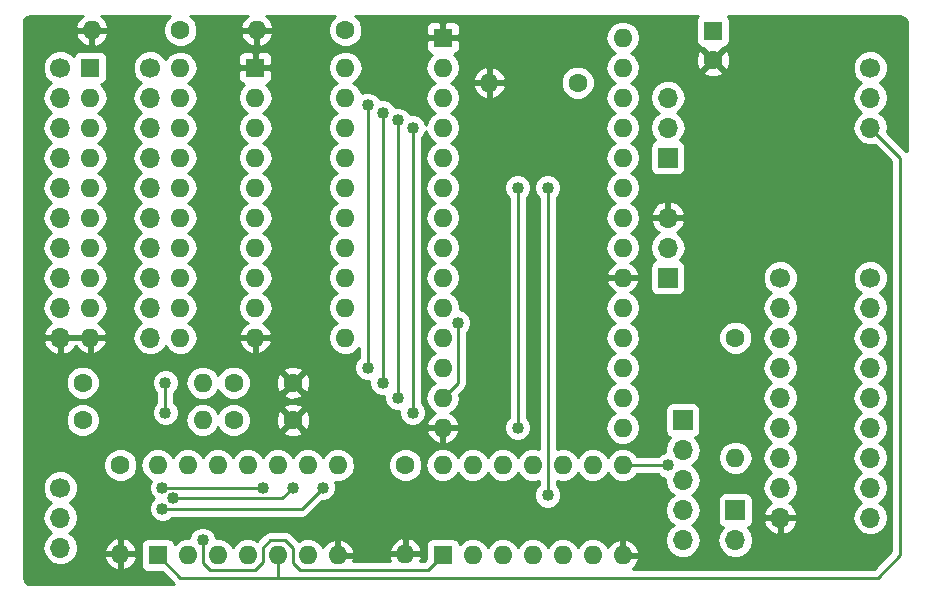
<source format=gtl>
G04 #@! TF.GenerationSoftware,KiCad,Pcbnew,5.0.2-bee76a0~70~ubuntu16.04.1*
G04 #@! TF.CreationDate,2019-07-25T13:08:08+01:00*
G04 #@! TF.ProjectId,AtomRamAndNoiseKiller,41746f6d-5261-46d4-916e-644e6f697365,rev?*
G04 #@! TF.SameCoordinates,PX8e4fe28PY93c3260*
G04 #@! TF.FileFunction,Copper,L1,Top*
G04 #@! TF.FilePolarity,Positive*
%FSLAX46Y46*%
G04 Gerber Fmt 4.6, Leading zero omitted, Abs format (unit mm)*
G04 Created by KiCad (PCBNEW 5.0.2-bee76a0~70~ubuntu16.04.1) date Thu 25 Jul 2019 13:08:08 BST*
%MOMM*%
%LPD*%
G01*
G04 APERTURE LIST*
G04 #@! TA.AperFunction,ComponentPad*
%ADD10O,1.700000X1.700000*%
G04 #@! TD*
G04 #@! TA.AperFunction,ComponentPad*
%ADD11R,1.700000X1.700000*%
G04 #@! TD*
G04 #@! TA.AperFunction,ComponentPad*
%ADD12O,1.600000X1.600000*%
G04 #@! TD*
G04 #@! TA.AperFunction,ComponentPad*
%ADD13R,1.600000X1.600000*%
G04 #@! TD*
G04 #@! TA.AperFunction,ComponentPad*
%ADD14C,1.600000*%
G04 #@! TD*
G04 #@! TA.AperFunction,ComponentPad*
%ADD15C,1.700000*%
G04 #@! TD*
G04 #@! TA.AperFunction,ViaPad*
%ADD16C,1.016000*%
G04 #@! TD*
G04 #@! TA.AperFunction,Conductor*
%ADD17C,0.254000*%
G04 #@! TD*
G04 APERTURE END LIST*
D10*
G04 #@! TO.P,LK4,5*
G04 #@! TO.N,Net-(LK4-Pad5)*
X56515000Y4445000D03*
G04 #@! TO.P,LK4,4*
G04 #@! TO.N,Net-(LK4-Pad2)*
X56515000Y6985000D03*
G04 #@! TO.P,LK4,3*
G04 #@! TO.N,Net-(LK4-Pad3)*
X56515000Y9525000D03*
G04 #@! TO.P,LK4,2*
G04 #@! TO.N,Net-(LK4-Pad2)*
X56515000Y12065000D03*
D11*
G04 #@! TO.P,LK4,1*
G04 #@! TO.N,/NVDG*
X56515000Y14605000D03*
G04 #@! TD*
D12*
G04 #@! TO.P,U2,14*
G04 #@! TO.N,VCC*
X36195000Y10795000D03*
G04 #@! TO.P,U2,7*
G04 #@! TO.N,GND*
X51435000Y3175000D03*
G04 #@! TO.P,U2,13*
G04 #@! TO.N,Net-(LK2-Pad1)*
X38735000Y10795000D03*
G04 #@! TO.P,U2,6*
G04 #@! TO.N,Net-(LK4-Pad5)*
X48895000Y3175000D03*
G04 #@! TO.P,U2,12*
G04 #@! TO.N,Net-(U1-Pad4)*
X41275000Y10795000D03*
G04 #@! TO.P,U2,5*
G04 #@! TO.N,Net-(LK4-Pad3)*
X46355000Y3175000D03*
G04 #@! TO.P,U2,11*
G04 #@! TO.N,Net-(U1-Pad9)*
X43815000Y10795000D03*
G04 #@! TO.P,U2,4*
G04 #@! TO.N,Net-(LK4-Pad3)*
X43815000Y3175000D03*
G04 #@! TO.P,U2,10*
G04 #@! TO.N,/NVDG*
X46355000Y10795000D03*
G04 #@! TO.P,U2,3*
G04 #@! TO.N,Net-(LK4-Pad3)*
X41275000Y3175000D03*
G04 #@! TO.P,U2,9*
G04 #@! TO.N,Net-(U1-Pad10)*
X48895000Y10795000D03*
G04 #@! TO.P,U2,2*
G04 #@! TO.N,/NVDG*
X38735000Y3175000D03*
G04 #@! TO.P,U2,8*
G04 #@! TO.N,Net-(LK3-Pad2)*
X51435000Y10795000D03*
D13*
G04 #@! TO.P,U2,1*
G04 #@! TO.N,/NVDG*
X36195000Y3175000D03*
G04 #@! TD*
D10*
G04 #@! TO.P,LK3,2*
G04 #@! TO.N,Net-(LK3-Pad2)*
X60960000Y4445000D03*
D11*
G04 #@! TO.P,LK3,1*
G04 #@! TO.N,/LOAD*
X60960000Y6985000D03*
G04 #@! TD*
D10*
G04 #@! TO.P,LK2,3*
G04 #@! TO.N,GND*
X55245000Y31750000D03*
G04 #@! TO.P,LK2,2*
G04 #@! TO.N,/RAMNOE*
X55245000Y29210000D03*
D11*
G04 #@! TO.P,LK2,1*
G04 #@! TO.N,Net-(LK2-Pad1)*
X55245000Y26670000D03*
G04 #@! TD*
D10*
G04 #@! TO.P,LK1,3*
G04 #@! TO.N,/NWE*
X55245000Y41910000D03*
G04 #@! TO.P,LK1,2*
G04 #@! TO.N,/RAMNWE*
X55245000Y39370000D03*
D11*
G04 #@! TO.P,LK1,1*
G04 #@! TO.N,Net-(LK1-Pad1)*
X55245000Y36830000D03*
G04 #@! TD*
D12*
G04 #@! TO.P,C2,2*
G04 #@! TO.N,GND*
X33020000Y3295000D03*
D14*
G04 #@! TO.P,C2,1*
G04 #@! TO.N,VCC*
X33020000Y10795000D03*
G04 #@! TD*
D12*
G04 #@! TO.P,U1,14*
G04 #@! TO.N,VCC*
X12065000Y10795000D03*
G04 #@! TO.P,U1,7*
G04 #@! TO.N,GND*
X27305000Y3175000D03*
G04 #@! TO.P,U1,13*
G04 #@! TO.N,/NVDG*
X14605000Y10795000D03*
G04 #@! TO.P,U1,6*
G04 #@! TO.N,Net-(LK2-Pad1)*
X24765000Y3175000D03*
G04 #@! TO.P,U1,12*
G04 #@! TO.N,Net-(R1-Pad1)*
X17145000Y10795000D03*
G04 #@! TO.P,U1,5*
G04 #@! TO.N,/NWE*
X22225000Y3175000D03*
G04 #@! TO.P,U1,11*
G04 #@! TO.N,Net-(C7-Pad1)*
X19685000Y10795000D03*
G04 #@! TO.P,U1,4*
G04 #@! TO.N,Net-(U1-Pad4)*
X19685000Y3175000D03*
G04 #@! TO.P,U1,10*
G04 #@! TO.N,Net-(U1-Pad10)*
X22225000Y10795000D03*
G04 #@! TO.P,U1,3*
G04 #@! TO.N,Net-(C8-Pad1)*
X17145000Y3175000D03*
G04 #@! TO.P,U1,9*
G04 #@! TO.N,Net-(U1-Pad9)*
X24765000Y10795000D03*
G04 #@! TO.P,U1,2*
G04 #@! TO.N,Net-(R2-Pad1)*
X14605000Y3175000D03*
G04 #@! TO.P,U1,8*
G04 #@! TO.N,Net-(LK1-Pad1)*
X27305000Y10795000D03*
D13*
G04 #@! TO.P,U1,1*
G04 #@! TO.N,/NWE*
X12065000Y3175000D03*
G04 #@! TD*
D14*
G04 #@! TO.P,C8,2*
G04 #@! TO.N,GND*
X23495000Y14605000D03*
G04 #@! TO.P,C8,1*
G04 #@! TO.N,Net-(C8-Pad1)*
X18495000Y14605000D03*
G04 #@! TD*
D10*
G04 #@! TO.P,J3,3*
G04 #@! TO.N,/NWE*
X72390000Y39370000D03*
G04 #@! TO.P,J3,2*
G04 #@! TO.N,Net-(J3-Pad2)*
X72390000Y41910000D03*
D15*
G04 #@! TO.P,J3,1*
G04 #@! TO.N,Net-(J3-Pad1)*
X72390000Y44450000D03*
G04 #@! TD*
D12*
G04 #@! TO.P,C1,2*
G04 #@! TO.N,GND*
X8890000Y3295000D03*
D14*
G04 #@! TO.P,C1,1*
G04 #@! TO.N,VCC*
X8890000Y10795000D03*
G04 #@! TD*
D12*
G04 #@! TO.P,C3,2*
G04 #@! TO.N,GND*
X6470000Y47625000D03*
D14*
G04 #@! TO.P,C3,1*
G04 #@! TO.N,VCC*
X13970000Y47625000D03*
G04 #@! TD*
D12*
G04 #@! TO.P,C4,2*
G04 #@! TO.N,GND*
X20440000Y47625000D03*
D14*
G04 #@! TO.P,C4,1*
G04 #@! TO.N,VCC*
X27940000Y47625000D03*
G04 #@! TD*
D12*
G04 #@! TO.P,C5,2*
G04 #@! TO.N,GND*
X40125000Y43180000D03*
D14*
G04 #@! TO.P,C5,1*
G04 #@! TO.N,VCC*
X47625000Y43180000D03*
G04 #@! TD*
D12*
G04 #@! TO.P,U5,28*
G04 #@! TO.N,VCC*
X51435000Y46990000D03*
G04 #@! TO.P,U5,14*
G04 #@! TO.N,GND*
X36195000Y13970000D03*
G04 #@! TO.P,U5,27*
G04 #@! TO.N,/RAMNWE*
X51435000Y44450000D03*
G04 #@! TO.P,U5,13*
G04 #@! TO.N,/RD5*
X36195000Y16510000D03*
G04 #@! TO.P,U5,26*
G04 #@! TO.N,VCC*
X51435000Y41910000D03*
G04 #@! TO.P,U5,12*
G04 #@! TO.N,/RD7*
X36195000Y19050000D03*
G04 #@! TO.P,U5,25*
G04 #@! TO.N,/A7*
X51435000Y39370000D03*
G04 #@! TO.P,U5,11*
G04 #@! TO.N,/RD6*
X36195000Y21590000D03*
G04 #@! TO.P,U5,24*
G04 #@! TO.N,/A8*
X51435000Y36830000D03*
G04 #@! TO.P,U5,10*
G04 #@! TO.N,/A2*
X36195000Y24130000D03*
G04 #@! TO.P,U5,23*
G04 #@! TO.N,/A9*
X51435000Y34290000D03*
G04 #@! TO.P,U5,9*
G04 #@! TO.N,/A1*
X36195000Y26670000D03*
G04 #@! TO.P,U5,22*
G04 #@! TO.N,/RAMNOE*
X51435000Y31750000D03*
G04 #@! TO.P,U5,8*
G04 #@! TO.N,/A0*
X36195000Y29210000D03*
G04 #@! TO.P,U5,21*
G04 #@! TO.N,/A6*
X51435000Y29210000D03*
G04 #@! TO.P,U5,7*
G04 #@! TO.N,/A3*
X36195000Y31750000D03*
G04 #@! TO.P,U5,20*
G04 #@! TO.N,GND*
X51435000Y26670000D03*
G04 #@! TO.P,U5,6*
G04 #@! TO.N,/A4*
X36195000Y34290000D03*
G04 #@! TO.P,U5,19*
G04 #@! TO.N,/RD0*
X51435000Y24130000D03*
G04 #@! TO.P,U5,5*
G04 #@! TO.N,/A5*
X36195000Y36830000D03*
G04 #@! TO.P,U5,18*
G04 #@! TO.N,/RD1*
X51435000Y21590000D03*
G04 #@! TO.P,U5,4*
G04 #@! TO.N,/A12*
X36195000Y39370000D03*
G04 #@! TO.P,U5,17*
G04 #@! TO.N,/RD2*
X51435000Y19050000D03*
G04 #@! TO.P,U5,3*
G04 #@! TO.N,/A11*
X36195000Y41910000D03*
G04 #@! TO.P,U5,16*
G04 #@! TO.N,/RD3*
X51435000Y16510000D03*
G04 #@! TO.P,U5,2*
G04 #@! TO.N,/A10*
X36195000Y44450000D03*
G04 #@! TO.P,U5,15*
G04 #@! TO.N,/RD4*
X51435000Y13970000D03*
D13*
G04 #@! TO.P,U5,1*
G04 #@! TO.N,GND*
X36195000Y46990000D03*
G04 #@! TD*
D10*
G04 #@! TO.P,J1,10*
G04 #@! TO.N,/NDRS*
X11430000Y21590000D03*
G04 #@! TO.P,J1,9*
G04 #@! TO.N,/VD7*
X11430000Y24130000D03*
G04 #@! TO.P,J1,8*
G04 #@! TO.N,/VD6*
X11430000Y26670000D03*
G04 #@! TO.P,J1,7*
G04 #@! TO.N,/VD5*
X11430000Y29210000D03*
G04 #@! TO.P,J1,6*
G04 #@! TO.N,/VD4*
X11430000Y31750000D03*
G04 #@! TO.P,J1,5*
G04 #@! TO.N,/VD3*
X11430000Y34290000D03*
G04 #@! TO.P,J1,4*
G04 #@! TO.N,/VD2*
X11430000Y36830000D03*
G04 #@! TO.P,J1,3*
G04 #@! TO.N,/VD1*
X11430000Y39370000D03*
G04 #@! TO.P,J1,2*
G04 #@! TO.N,/VD0*
X11430000Y41910000D03*
D15*
G04 #@! TO.P,J1,1*
G04 #@! TO.N,VCC*
X11430000Y44450000D03*
G04 #@! TD*
D10*
G04 #@! TO.P,J6,3*
G04 #@! TO.N,/A12*
X3810000Y3810000D03*
G04 #@! TO.P,J6,2*
G04 #@! TO.N,/A11*
X3810000Y6350000D03*
D15*
G04 #@! TO.P,J6,1*
G04 #@! TO.N,/A10*
X3810000Y8890000D03*
G04 #@! TD*
D10*
G04 #@! TO.P,J4,9*
G04 #@! TO.N,GND*
X64770000Y6350000D03*
G04 #@! TO.P,J4,8*
G04 #@! TO.N,Net-(J4-Pad8)*
X64770000Y8890000D03*
G04 #@! TO.P,J4,7*
G04 #@! TO.N,/A2*
X64770000Y11430000D03*
G04 #@! TO.P,J4,6*
G04 #@! TO.N,/A1*
X64770000Y13970000D03*
G04 #@! TO.P,J4,5*
G04 #@! TO.N,/A0*
X64770000Y16510000D03*
G04 #@! TO.P,J4,4*
G04 #@! TO.N,/A3*
X64770000Y19050000D03*
G04 #@! TO.P,J4,3*
G04 #@! TO.N,/A4*
X64770000Y21590000D03*
G04 #@! TO.P,J4,2*
G04 #@! TO.N,/A5*
X64770000Y24130000D03*
D15*
G04 #@! TO.P,J4,1*
G04 #@! TO.N,/A6*
X64770000Y26670000D03*
G04 #@! TD*
D10*
G04 #@! TO.P,J5,9*
G04 #@! TO.N,Net-(J5-Pad9)*
X72390000Y6350000D03*
G04 #@! TO.P,J5,8*
G04 #@! TO.N,Net-(J5-Pad8)*
X72390000Y8890000D03*
G04 #@! TO.P,J5,7*
G04 #@! TO.N,Net-(J5-Pad7)*
X72390000Y11430000D03*
G04 #@! TO.P,J5,6*
G04 #@! TO.N,Net-(J5-Pad6)*
X72390000Y13970000D03*
G04 #@! TO.P,J5,5*
G04 #@! TO.N,Net-(J5-Pad5)*
X72390000Y16510000D03*
G04 #@! TO.P,J5,4*
G04 #@! TO.N,/A9*
X72390000Y19050000D03*
G04 #@! TO.P,J5,3*
G04 #@! TO.N,/A8*
X72390000Y21590000D03*
G04 #@! TO.P,J5,2*
G04 #@! TO.N,/A7*
X72390000Y24130000D03*
D15*
G04 #@! TO.P,J5,1*
G04 #@! TO.N,VCC*
X72390000Y26670000D03*
G04 #@! TD*
D10*
G04 #@! TO.P,J2,10*
G04 #@! TO.N,GND*
X3810000Y21590000D03*
G04 #@! TO.P,J2,9*
G04 #@! TO.N,/NVDG*
X3810000Y24130000D03*
G04 #@! TO.P,J2,8*
G04 #@! TO.N,/PD7*
X3810000Y26670000D03*
G04 #@! TO.P,J2,7*
G04 #@! TO.N,/PD6*
X3810000Y29210000D03*
G04 #@! TO.P,J2,6*
G04 #@! TO.N,/PD5*
X3810000Y31750000D03*
G04 #@! TO.P,J2,5*
G04 #@! TO.N,/PD4*
X3810000Y34290000D03*
G04 #@! TO.P,J2,4*
G04 #@! TO.N,/PD3*
X3810000Y36830000D03*
G04 #@! TO.P,J2,3*
G04 #@! TO.N,/PD2*
X3810000Y39370000D03*
G04 #@! TO.P,J2,2*
G04 #@! TO.N,/PD1*
X3810000Y41910000D03*
D15*
G04 #@! TO.P,J2,1*
G04 #@! TO.N,/PD0*
X3810000Y44450000D03*
G04 #@! TD*
D14*
G04 #@! TO.P,C6,2*
G04 #@! TO.N,GND*
X59055000Y45085000D03*
D13*
G04 #@! TO.P,C6,1*
G04 #@! TO.N,VCC*
X59055000Y47585000D03*
G04 #@! TD*
D14*
G04 #@! TO.P,C7,2*
G04 #@! TO.N,GND*
X23495000Y17780000D03*
G04 #@! TO.P,C7,1*
G04 #@! TO.N,Net-(C7-Pad1)*
X18495000Y17780000D03*
G04 #@! TD*
D12*
G04 #@! TO.P,U3,20*
G04 #@! TO.N,VCC*
X13970000Y44450000D03*
G04 #@! TO.P,U3,10*
G04 #@! TO.N,GND*
X6350000Y21590000D03*
G04 #@! TO.P,U3,19*
G04 #@! TO.N,Net-(LK4-Pad2)*
X13970000Y41910000D03*
G04 #@! TO.P,U3,9*
G04 #@! TO.N,/PD7*
X6350000Y24130000D03*
G04 #@! TO.P,U3,18*
G04 #@! TO.N,/RD0*
X13970000Y39370000D03*
G04 #@! TO.P,U3,8*
G04 #@! TO.N,/PD6*
X6350000Y26670000D03*
G04 #@! TO.P,U3,17*
G04 #@! TO.N,/RD1*
X13970000Y36830000D03*
G04 #@! TO.P,U3,7*
G04 #@! TO.N,/PD5*
X6350000Y29210000D03*
G04 #@! TO.P,U3,16*
G04 #@! TO.N,/RD2*
X13970000Y34290000D03*
G04 #@! TO.P,U3,6*
G04 #@! TO.N,/PD4*
X6350000Y31750000D03*
G04 #@! TO.P,U3,15*
G04 #@! TO.N,/RD3*
X13970000Y31750000D03*
G04 #@! TO.P,U3,5*
G04 #@! TO.N,/PD3*
X6350000Y34290000D03*
G04 #@! TO.P,U3,14*
G04 #@! TO.N,/RD4*
X13970000Y29210000D03*
G04 #@! TO.P,U3,4*
G04 #@! TO.N,/PD2*
X6350000Y36830000D03*
G04 #@! TO.P,U3,13*
G04 #@! TO.N,/RD5*
X13970000Y26670000D03*
G04 #@! TO.P,U3,3*
G04 #@! TO.N,/PD1*
X6350000Y39370000D03*
G04 #@! TO.P,U3,12*
G04 #@! TO.N,/RD6*
X13970000Y24130000D03*
G04 #@! TO.P,U3,2*
G04 #@! TO.N,/PD0*
X6350000Y41910000D03*
G04 #@! TO.P,U3,11*
G04 #@! TO.N,/RD7*
X13970000Y21590000D03*
D13*
G04 #@! TO.P,U3,1*
G04 #@! TO.N,/NDRS*
X6350000Y44450000D03*
G04 #@! TD*
D12*
G04 #@! TO.P,U4,20*
G04 #@! TO.N,VCC*
X27940000Y44450000D03*
G04 #@! TO.P,U4,10*
G04 #@! TO.N,GND*
X20320000Y21590000D03*
G04 #@! TO.P,U4,19*
G04 #@! TO.N,/VD0*
X27940000Y41910000D03*
G04 #@! TO.P,U4,9*
G04 #@! TO.N,/RD7*
X20320000Y24130000D03*
G04 #@! TO.P,U4,18*
G04 #@! TO.N,/VD1*
X27940000Y39370000D03*
G04 #@! TO.P,U4,8*
G04 #@! TO.N,/RD6*
X20320000Y26670000D03*
G04 #@! TO.P,U4,17*
G04 #@! TO.N,/VD2*
X27940000Y36830000D03*
G04 #@! TO.P,U4,7*
G04 #@! TO.N,/RD5*
X20320000Y29210000D03*
G04 #@! TO.P,U4,16*
G04 #@! TO.N,/VD3*
X27940000Y34290000D03*
G04 #@! TO.P,U4,6*
G04 #@! TO.N,/RD4*
X20320000Y31750000D03*
G04 #@! TO.P,U4,15*
G04 #@! TO.N,/VD4*
X27940000Y31750000D03*
G04 #@! TO.P,U4,5*
G04 #@! TO.N,/RD3*
X20320000Y34290000D03*
G04 #@! TO.P,U4,14*
G04 #@! TO.N,/VD5*
X27940000Y29210000D03*
G04 #@! TO.P,U4,4*
G04 #@! TO.N,/RD2*
X20320000Y36830000D03*
G04 #@! TO.P,U4,13*
G04 #@! TO.N,/VD6*
X27940000Y26670000D03*
G04 #@! TO.P,U4,3*
G04 #@! TO.N,/RD1*
X20320000Y39370000D03*
G04 #@! TO.P,U4,12*
G04 #@! TO.N,/VD7*
X27940000Y24130000D03*
G04 #@! TO.P,U4,2*
G04 #@! TO.N,/RD0*
X20320000Y41910000D03*
G04 #@! TO.P,U4,11*
G04 #@! TO.N,/LOAD*
X27940000Y21590000D03*
D13*
G04 #@! TO.P,U4,1*
G04 #@! TO.N,GND*
X20320000Y44450000D03*
G04 #@! TD*
D12*
G04 #@! TO.P,R3,2*
G04 #@! TO.N,/LOAD*
X60960000Y11430000D03*
D14*
G04 #@! TO.P,R3,1*
G04 #@! TO.N,VCC*
X60960000Y21590000D03*
G04 #@! TD*
D12*
G04 #@! TO.P,R1,2*
G04 #@! TO.N,Net-(C7-Pad1)*
X15875000Y17780000D03*
D14*
G04 #@! TO.P,R1,1*
G04 #@! TO.N,Net-(R1-Pad1)*
X5715000Y17780000D03*
G04 #@! TD*
D12*
G04 #@! TO.P,R2,2*
G04 #@! TO.N,Net-(C8-Pad1)*
X15875000Y14605000D03*
D14*
G04 #@! TO.P,R2,1*
G04 #@! TO.N,Net-(R2-Pad1)*
X5715000Y14605000D03*
G04 #@! TD*
D16*
G04 #@! TO.N,/A12*
X12446000Y7112000D03*
X32385000Y40005000D03*
X32385000Y16510000D03*
X26035000Y8890000D03*
G04 #@! TO.N,/RD5*
X37465000Y22860000D03*
G04 #@! TO.N,/A10*
X12446000Y8890000D03*
X20955000Y8890000D03*
X29845000Y41275000D03*
X29845000Y19050000D03*
G04 #@! TO.N,/A11*
X13335000Y8001000D03*
X31115000Y40640000D03*
X31115000Y17780000D03*
X23495000Y8890000D03*
G04 #@! TO.N,/NVDG*
X12700000Y17780000D03*
X12700000Y15240000D03*
X15875000Y4445000D03*
G04 #@! TO.N,Net-(LK1-Pad1)*
X33655000Y39370000D03*
X33655000Y15240000D03*
G04 #@! TO.N,Net-(LK2-Pad1)*
X42545000Y34290000D03*
X42545000Y13970000D03*
G04 #@! TO.N,Net-(LK3-Pad2)*
X55245000Y10795000D03*
G04 #@! TO.N,Net-(LK4-Pad2)*
X45085000Y34290000D03*
X45085000Y8255000D03*
G04 #@! TD*
D17*
G04 #@! TO.N,/A12*
X32385000Y16510000D02*
X32385000Y40005000D01*
X12446000Y7112000D02*
X24257000Y7112000D01*
X24257000Y7112000D02*
X26035000Y8890000D01*
G04 #@! TO.N,/RD5*
X36195000Y16510000D02*
X37465000Y17780000D01*
X37465000Y17780000D02*
X37465000Y22860000D01*
G04 #@! TO.N,/A10*
X12446000Y8890000D02*
X20955000Y8890000D01*
X29845000Y19050000D02*
X29845000Y41275000D01*
G04 #@! TO.N,/A11*
X31115000Y17780000D02*
X31115000Y40640000D01*
X23495000Y8890000D02*
X22606000Y8001000D01*
X22606000Y8001000D02*
X13335000Y8001000D01*
G04 #@! TO.N,/NWE*
X74930000Y36830000D02*
X72390000Y39370000D01*
X74930000Y3175000D02*
X74930000Y36830000D01*
X73025000Y1270000D02*
X74930000Y3175000D01*
X22225000Y1270000D02*
X73025000Y1270000D01*
X22225000Y1270000D02*
X22225000Y3175000D01*
X13970000Y1270000D02*
X22225000Y1270000D01*
X12065000Y3175000D02*
X13970000Y1270000D01*
G04 #@! TO.N,/NVDG*
X12700000Y17780000D02*
X12700000Y15240000D01*
X34925000Y1905000D02*
X36195000Y3175000D01*
X23495000Y2540000D02*
X24130000Y1905000D01*
X16533756Y1928756D02*
X20296244Y1928756D01*
X20296244Y1928756D02*
X20955000Y2587512D01*
X16510000Y1905000D02*
X16533756Y1928756D01*
X21590000Y4445000D02*
X22860000Y4445000D01*
X24130000Y1905000D02*
X34925000Y1905000D01*
X15875000Y2540000D02*
X16510000Y1905000D01*
X20955000Y2587512D02*
X20955000Y3810000D01*
X15875000Y4445000D02*
X15875000Y2540000D01*
X20955000Y3810000D02*
X21590000Y4445000D01*
X22860000Y4445000D02*
X23495000Y3810000D01*
X23495000Y3810000D02*
X23495000Y2540000D01*
G04 #@! TO.N,Net-(LK1-Pad1)*
X33655000Y39370000D02*
X33655000Y15240000D01*
G04 #@! TO.N,Net-(LK2-Pad1)*
X42545000Y13970000D02*
X42545000Y34290000D01*
G04 #@! TO.N,Net-(LK3-Pad2)*
X51435000Y10795000D02*
X55245000Y10795000D01*
G04 #@! TO.N,Net-(LK4-Pad2)*
X45085000Y8255000D02*
X45085000Y34290000D01*
G04 #@! TD*
G04 #@! TO.N,GND*
G36*
X5614866Y48777389D02*
X5238959Y48362423D01*
X5078096Y47974039D01*
X5200085Y47752000D01*
X6343000Y47752000D01*
X6343000Y47772000D01*
X6597000Y47772000D01*
X6597000Y47752000D01*
X7739915Y47752000D01*
X7861904Y47974039D01*
X7701041Y48362423D01*
X7325134Y48777389D01*
X7235101Y48820000D01*
X13135604Y48820000D01*
X12753466Y48437862D01*
X12535000Y47910439D01*
X12535000Y47339561D01*
X12753466Y46812138D01*
X13157138Y46408466D01*
X13684561Y46190000D01*
X14255439Y46190000D01*
X14782862Y46408466D01*
X15186534Y46812138D01*
X15378655Y47275961D01*
X19048096Y47275961D01*
X19208959Y46887577D01*
X19584866Y46472611D01*
X20090959Y46233086D01*
X20313000Y46354371D01*
X20313000Y47498000D01*
X20567000Y47498000D01*
X20567000Y46354371D01*
X20789041Y46233086D01*
X21295134Y46472611D01*
X21671041Y46887577D01*
X21831904Y47275961D01*
X21709915Y47498000D01*
X20567000Y47498000D01*
X20313000Y47498000D01*
X19170085Y47498000D01*
X19048096Y47275961D01*
X15378655Y47275961D01*
X15405000Y47339561D01*
X15405000Y47910439D01*
X15186534Y48437862D01*
X14804396Y48820000D01*
X19674899Y48820000D01*
X19584866Y48777389D01*
X19208959Y48362423D01*
X19048096Y47974039D01*
X19170085Y47752000D01*
X20313000Y47752000D01*
X20313000Y47772000D01*
X20567000Y47772000D01*
X20567000Y47752000D01*
X21709915Y47752000D01*
X21831904Y47974039D01*
X21671041Y48362423D01*
X21295134Y48777389D01*
X21205101Y48820000D01*
X27105604Y48820000D01*
X26723466Y48437862D01*
X26505000Y47910439D01*
X26505000Y47339561D01*
X26723466Y46812138D01*
X27127138Y46408466D01*
X27654561Y46190000D01*
X28225439Y46190000D01*
X28752862Y46408466D01*
X29156534Y46812138D01*
X29230206Y46990000D01*
X49971887Y46990000D01*
X50083260Y46430091D01*
X50400423Y45955423D01*
X50752758Y45720000D01*
X50400423Y45484577D01*
X50083260Y45009909D01*
X49971887Y44450000D01*
X50083260Y43890091D01*
X50400423Y43415423D01*
X50752758Y43180000D01*
X50400423Y42944577D01*
X50083260Y42469909D01*
X49971887Y41910000D01*
X50083260Y41350091D01*
X50400423Y40875423D01*
X50752758Y40640000D01*
X50400423Y40404577D01*
X50083260Y39929909D01*
X49971887Y39370000D01*
X50083260Y38810091D01*
X50400423Y38335423D01*
X50752758Y38100000D01*
X50400423Y37864577D01*
X50083260Y37389909D01*
X49971887Y36830000D01*
X50083260Y36270091D01*
X50400423Y35795423D01*
X50752758Y35560000D01*
X50400423Y35324577D01*
X50083260Y34849909D01*
X49971887Y34290000D01*
X50083260Y33730091D01*
X50400423Y33255423D01*
X50752758Y33020000D01*
X50400423Y32784577D01*
X50083260Y32309909D01*
X49971887Y31750000D01*
X50083260Y31190091D01*
X50400423Y30715423D01*
X50752758Y30480000D01*
X50400423Y30244577D01*
X50083260Y29769909D01*
X49971887Y29210000D01*
X50083260Y28650091D01*
X50400423Y28175423D01*
X50784108Y27919053D01*
X50579866Y27822389D01*
X50203959Y27407423D01*
X50043096Y27019039D01*
X50165085Y26797000D01*
X51308000Y26797000D01*
X51308000Y26817000D01*
X51562000Y26817000D01*
X51562000Y26797000D01*
X52704915Y26797000D01*
X52826904Y27019039D01*
X52666041Y27407423D01*
X52290134Y27822389D01*
X52085892Y27919053D01*
X52469577Y28175423D01*
X52786740Y28650091D01*
X52898113Y29210000D01*
X53730908Y29210000D01*
X53846161Y28630582D01*
X54174375Y28139375D01*
X54192619Y28127184D01*
X54147235Y28118157D01*
X53937191Y27977809D01*
X53796843Y27767765D01*
X53747560Y27520000D01*
X53747560Y25820000D01*
X53796843Y25572235D01*
X53937191Y25362191D01*
X54147235Y25221843D01*
X54395000Y25172560D01*
X56095000Y25172560D01*
X56342765Y25221843D01*
X56552809Y25362191D01*
X56693157Y25572235D01*
X56742440Y25820000D01*
X56742440Y27520000D01*
X56693157Y27767765D01*
X56552809Y27977809D01*
X56342765Y28118157D01*
X56297381Y28127184D01*
X56315625Y28139375D01*
X56643839Y28630582D01*
X56759092Y29210000D01*
X56643839Y29789418D01*
X56315625Y30280625D01*
X55996522Y30493843D01*
X56126358Y30554817D01*
X56516645Y30983076D01*
X56686476Y31393110D01*
X56565155Y31623000D01*
X55372000Y31623000D01*
X55372000Y31603000D01*
X55118000Y31603000D01*
X55118000Y31623000D01*
X53924845Y31623000D01*
X53803524Y31393110D01*
X53973355Y30983076D01*
X54363642Y30554817D01*
X54493478Y30493843D01*
X54174375Y30280625D01*
X53846161Y29789418D01*
X53730908Y29210000D01*
X52898113Y29210000D01*
X52786740Y29769909D01*
X52469577Y30244577D01*
X52117242Y30480000D01*
X52469577Y30715423D01*
X52786740Y31190091D01*
X52898113Y31750000D01*
X52827124Y32106890D01*
X53803524Y32106890D01*
X53924845Y31877000D01*
X55118000Y31877000D01*
X55118000Y33070819D01*
X55372000Y33070819D01*
X55372000Y31877000D01*
X56565155Y31877000D01*
X56686476Y32106890D01*
X56516645Y32516924D01*
X56126358Y32945183D01*
X55601892Y33191486D01*
X55372000Y33070819D01*
X55118000Y33070819D01*
X54888108Y33191486D01*
X54363642Y32945183D01*
X53973355Y32516924D01*
X53803524Y32106890D01*
X52827124Y32106890D01*
X52786740Y32309909D01*
X52469577Y32784577D01*
X52117242Y33020000D01*
X52469577Y33255423D01*
X52786740Y33730091D01*
X52898113Y34290000D01*
X52786740Y34849909D01*
X52469577Y35324577D01*
X52117242Y35560000D01*
X52469577Y35795423D01*
X52786740Y36270091D01*
X52898113Y36830000D01*
X52786740Y37389909D01*
X52469577Y37864577D01*
X52117242Y38100000D01*
X52469577Y38335423D01*
X52786740Y38810091D01*
X52898113Y39370000D01*
X52786740Y39929909D01*
X52469577Y40404577D01*
X52117242Y40640000D01*
X52469577Y40875423D01*
X52786740Y41350091D01*
X52898113Y41910000D01*
X53730908Y41910000D01*
X53846161Y41330582D01*
X54174375Y40839375D01*
X54472761Y40640000D01*
X54174375Y40440625D01*
X53846161Y39949418D01*
X53730908Y39370000D01*
X53846161Y38790582D01*
X54174375Y38299375D01*
X54192619Y38287184D01*
X54147235Y38278157D01*
X53937191Y38137809D01*
X53796843Y37927765D01*
X53747560Y37680000D01*
X53747560Y35980000D01*
X53796843Y35732235D01*
X53937191Y35522191D01*
X54147235Y35381843D01*
X54395000Y35332560D01*
X56095000Y35332560D01*
X56342765Y35381843D01*
X56552809Y35522191D01*
X56693157Y35732235D01*
X56742440Y35980000D01*
X56742440Y37680000D01*
X56693157Y37927765D01*
X56552809Y38137809D01*
X56342765Y38278157D01*
X56297381Y38287184D01*
X56315625Y38299375D01*
X56643839Y38790582D01*
X56759092Y39370000D01*
X56643839Y39949418D01*
X56315625Y40440625D01*
X56017239Y40640000D01*
X56315625Y40839375D01*
X56643839Y41330582D01*
X56759092Y41910000D01*
X56643839Y42489418D01*
X56315625Y42980625D01*
X55824418Y43308839D01*
X55391256Y43395000D01*
X55098744Y43395000D01*
X54665582Y43308839D01*
X54174375Y42980625D01*
X53846161Y42489418D01*
X53730908Y41910000D01*
X52898113Y41910000D01*
X52786740Y42469909D01*
X52469577Y42944577D01*
X52117242Y43180000D01*
X52469577Y43415423D01*
X52786740Y43890091D01*
X52823969Y44077255D01*
X58226861Y44077255D01*
X58300995Y43831136D01*
X58838223Y43638035D01*
X59408454Y43665222D01*
X59809005Y43831136D01*
X59883139Y44077255D01*
X59055000Y44905395D01*
X58226861Y44077255D01*
X52823969Y44077255D01*
X52898113Y44450000D01*
X52786740Y45009909D01*
X52591721Y45301777D01*
X57608035Y45301777D01*
X57635222Y44731546D01*
X57801136Y44330995D01*
X58047255Y44256861D01*
X58875395Y45085000D01*
X59234605Y45085000D01*
X60062745Y44256861D01*
X60308864Y44330995D01*
X60501965Y44868223D01*
X60474778Y45438454D01*
X60308864Y45839005D01*
X60062745Y45913139D01*
X59234605Y45085000D01*
X58875395Y45085000D01*
X58047255Y45913139D01*
X57801136Y45839005D01*
X57608035Y45301777D01*
X52591721Y45301777D01*
X52469577Y45484577D01*
X52117242Y45720000D01*
X52469577Y45955423D01*
X52786740Y46430091D01*
X52898113Y46990000D01*
X52786740Y47549909D01*
X52469577Y48024577D01*
X51994909Y48341740D01*
X51576333Y48425000D01*
X51293667Y48425000D01*
X50875091Y48341740D01*
X50400423Y48024577D01*
X50083260Y47549909D01*
X49971887Y46990000D01*
X29230206Y46990000D01*
X29375000Y47339561D01*
X29375000Y47910439D01*
X29372569Y47916310D01*
X34760000Y47916310D01*
X34760000Y47275750D01*
X34918750Y47117000D01*
X36068000Y47117000D01*
X36068000Y48266250D01*
X36322000Y48266250D01*
X36322000Y47117000D01*
X37471250Y47117000D01*
X37630000Y47275750D01*
X37630000Y47916310D01*
X37533327Y48149699D01*
X37354698Y48328327D01*
X37121309Y48425000D01*
X36480750Y48425000D01*
X36322000Y48266250D01*
X36068000Y48266250D01*
X35909250Y48425000D01*
X35268691Y48425000D01*
X35035302Y48328327D01*
X34856673Y48149699D01*
X34760000Y47916310D01*
X29372569Y47916310D01*
X29156534Y48437862D01*
X28774396Y48820000D01*
X57781950Y48820000D01*
X57656843Y48632765D01*
X57607560Y48385000D01*
X57607560Y46785000D01*
X57656843Y46537235D01*
X57797191Y46327191D01*
X58007235Y46186843D01*
X58241187Y46140307D01*
X58226861Y46092745D01*
X59055000Y45264605D01*
X59883139Y46092745D01*
X59868813Y46140307D01*
X60102765Y46186843D01*
X60312809Y46327191D01*
X60453157Y46537235D01*
X60502440Y46785000D01*
X60502440Y48385000D01*
X60453157Y48632765D01*
X60328050Y48820000D01*
X74867881Y48820000D01*
X75117787Y48775935D01*
X75282920Y48680595D01*
X75405488Y48534523D01*
X75481555Y48325535D01*
X75490000Y48229004D01*
X75490000Y37363463D01*
X75479371Y37379371D01*
X75415746Y37421884D01*
X73831679Y39005951D01*
X73904092Y39370000D01*
X73788839Y39949418D01*
X73460625Y40440625D01*
X73162239Y40640000D01*
X73460625Y40839375D01*
X73788839Y41330582D01*
X73904092Y41910000D01*
X73788839Y42489418D01*
X73460625Y42980625D01*
X73178389Y43169209D01*
X73231185Y43191078D01*
X73648922Y43608815D01*
X73875000Y44154615D01*
X73875000Y44745385D01*
X73648922Y45291185D01*
X73231185Y45708922D01*
X72685385Y45935000D01*
X72094615Y45935000D01*
X71548815Y45708922D01*
X71131078Y45291185D01*
X70905000Y44745385D01*
X70905000Y44154615D01*
X71131078Y43608815D01*
X71548815Y43191078D01*
X71601611Y43169209D01*
X71319375Y42980625D01*
X70991161Y42489418D01*
X70875908Y41910000D01*
X70991161Y41330582D01*
X71319375Y40839375D01*
X71617761Y40640000D01*
X71319375Y40440625D01*
X70991161Y39949418D01*
X70875908Y39370000D01*
X70991161Y38790582D01*
X71319375Y38299375D01*
X71810582Y37971161D01*
X72243744Y37885000D01*
X72536256Y37885000D01*
X72754049Y37928321D01*
X74168001Y36514369D01*
X74168000Y3490631D01*
X72709370Y2032000D01*
X52269612Y2032000D01*
X52587389Y2319866D01*
X52826914Y2825959D01*
X52705629Y3048000D01*
X51562000Y3048000D01*
X51562000Y3028000D01*
X51308000Y3028000D01*
X51308000Y3048000D01*
X51288000Y3048000D01*
X51288000Y3302000D01*
X51308000Y3302000D01*
X51308000Y4444915D01*
X51562000Y4444915D01*
X51562000Y3302000D01*
X52705629Y3302000D01*
X52826914Y3524041D01*
X52587389Y4030134D01*
X52172423Y4406041D01*
X51784039Y4566904D01*
X51562000Y4444915D01*
X51308000Y4444915D01*
X51085961Y4566904D01*
X50697577Y4406041D01*
X50282611Y4030134D01*
X50185947Y3825892D01*
X49929577Y4209577D01*
X49454909Y4526740D01*
X49036333Y4610000D01*
X48753667Y4610000D01*
X48335091Y4526740D01*
X47860423Y4209577D01*
X47625000Y3857242D01*
X47389577Y4209577D01*
X46914909Y4526740D01*
X46496333Y4610000D01*
X46213667Y4610000D01*
X45795091Y4526740D01*
X45320423Y4209577D01*
X45085000Y3857242D01*
X44849577Y4209577D01*
X44374909Y4526740D01*
X43956333Y4610000D01*
X43673667Y4610000D01*
X43255091Y4526740D01*
X42780423Y4209577D01*
X42545000Y3857242D01*
X42309577Y4209577D01*
X41834909Y4526740D01*
X41416333Y4610000D01*
X41133667Y4610000D01*
X40715091Y4526740D01*
X40240423Y4209577D01*
X40005000Y3857242D01*
X39769577Y4209577D01*
X39294909Y4526740D01*
X38876333Y4610000D01*
X38593667Y4610000D01*
X38175091Y4526740D01*
X37700423Y4209577D01*
X37619785Y4088894D01*
X37593157Y4222765D01*
X37452809Y4432809D01*
X37242765Y4573157D01*
X36995000Y4622440D01*
X35395000Y4622440D01*
X35147235Y4573157D01*
X34937191Y4432809D01*
X34796843Y4222765D01*
X34747560Y3975000D01*
X34747560Y2805190D01*
X34609370Y2667000D01*
X34279888Y2667000D01*
X34411914Y2945959D01*
X34290629Y3168000D01*
X33147000Y3168000D01*
X33147000Y3148000D01*
X32893000Y3148000D01*
X32893000Y3168000D01*
X31749371Y3168000D01*
X31628086Y2945959D01*
X31760112Y2667000D01*
X28621681Y2667000D01*
X28696914Y2825959D01*
X28575629Y3048000D01*
X27432000Y3048000D01*
X27432000Y3028000D01*
X27178000Y3028000D01*
X27178000Y3048000D01*
X27158000Y3048000D01*
X27158000Y3302000D01*
X27178000Y3302000D01*
X27178000Y4444915D01*
X27432000Y4444915D01*
X27432000Y3302000D01*
X28575629Y3302000D01*
X28696914Y3524041D01*
X28640121Y3644041D01*
X31628086Y3644041D01*
X31749371Y3422000D01*
X32893000Y3422000D01*
X32893000Y4564915D01*
X33147000Y4564915D01*
X33147000Y3422000D01*
X34290629Y3422000D01*
X34411914Y3644041D01*
X34172389Y4150134D01*
X33757423Y4526041D01*
X33369039Y4686904D01*
X33147000Y4564915D01*
X32893000Y4564915D01*
X32670961Y4686904D01*
X32282577Y4526041D01*
X31867611Y4150134D01*
X31628086Y3644041D01*
X28640121Y3644041D01*
X28457389Y4030134D01*
X28042423Y4406041D01*
X27654039Y4566904D01*
X27432000Y4444915D01*
X27178000Y4444915D01*
X26955961Y4566904D01*
X26567577Y4406041D01*
X26152611Y4030134D01*
X26055947Y3825892D01*
X25799577Y4209577D01*
X25324909Y4526740D01*
X24906333Y4610000D01*
X24623667Y4610000D01*
X24205091Y4526740D01*
X23999488Y4389361D01*
X23980750Y4401881D01*
X23451883Y4930747D01*
X23409371Y4994371D01*
X23157317Y5162788D01*
X22935048Y5207000D01*
X22935043Y5207000D01*
X22860000Y5221927D01*
X22784957Y5207000D01*
X21665047Y5207000D01*
X21590000Y5221928D01*
X21514953Y5207000D01*
X21514952Y5207000D01*
X21292683Y5162788D01*
X21040629Y4994371D01*
X20998118Y4930749D01*
X20469251Y4401881D01*
X20450512Y4389360D01*
X20244909Y4526740D01*
X19826333Y4610000D01*
X19543667Y4610000D01*
X19125091Y4526740D01*
X18650423Y4209577D01*
X18415000Y3857242D01*
X18179577Y4209577D01*
X17704909Y4526740D01*
X17286333Y4610000D01*
X17018000Y4610000D01*
X17018000Y4672357D01*
X16843989Y5092458D01*
X16522458Y5413989D01*
X16102357Y5588000D01*
X15647643Y5588000D01*
X15227542Y5413989D01*
X14906011Y5092458D01*
X14732000Y4672357D01*
X14732000Y4610000D01*
X14463667Y4610000D01*
X14045091Y4526740D01*
X13570423Y4209577D01*
X13489785Y4088894D01*
X13463157Y4222765D01*
X13322809Y4432809D01*
X13112765Y4573157D01*
X12865000Y4622440D01*
X11265000Y4622440D01*
X11017235Y4573157D01*
X10807191Y4432809D01*
X10666843Y4222765D01*
X10617560Y3975000D01*
X10617560Y2375000D01*
X10666843Y2127235D01*
X10807191Y1917191D01*
X11017235Y1776843D01*
X11265000Y1727560D01*
X12434810Y1727560D01*
X13378118Y784251D01*
X13420629Y720629D01*
X13436536Y710000D01*
X1332119Y710000D01*
X1082213Y754065D01*
X917081Y849404D01*
X794512Y995476D01*
X718445Y1204468D01*
X710000Y1300996D01*
X710000Y6350000D01*
X2295908Y6350000D01*
X2411161Y5770582D01*
X2739375Y5279375D01*
X3037761Y5080000D01*
X2739375Y4880625D01*
X2411161Y4389418D01*
X2295908Y3810000D01*
X2411161Y3230582D01*
X2739375Y2739375D01*
X3230582Y2411161D01*
X3663744Y2325000D01*
X3956256Y2325000D01*
X4389418Y2411161D01*
X4880625Y2739375D01*
X5018660Y2945959D01*
X7498086Y2945959D01*
X7737611Y2439866D01*
X8152577Y2063959D01*
X8540961Y1903096D01*
X8763000Y2025085D01*
X8763000Y3168000D01*
X9017000Y3168000D01*
X9017000Y2025085D01*
X9239039Y1903096D01*
X9627423Y2063959D01*
X10042389Y2439866D01*
X10281914Y2945959D01*
X10160629Y3168000D01*
X9017000Y3168000D01*
X8763000Y3168000D01*
X7619371Y3168000D01*
X7498086Y2945959D01*
X5018660Y2945959D01*
X5208839Y3230582D01*
X5291080Y3644041D01*
X7498086Y3644041D01*
X7619371Y3422000D01*
X8763000Y3422000D01*
X8763000Y4564915D01*
X9017000Y4564915D01*
X9017000Y3422000D01*
X10160629Y3422000D01*
X10281914Y3644041D01*
X10042389Y4150134D01*
X9627423Y4526041D01*
X9239039Y4686904D01*
X9017000Y4564915D01*
X8763000Y4564915D01*
X8540961Y4686904D01*
X8152577Y4526041D01*
X7737611Y4150134D01*
X7498086Y3644041D01*
X5291080Y3644041D01*
X5324092Y3810000D01*
X5208839Y4389418D01*
X4880625Y4880625D01*
X4582239Y5080000D01*
X4880625Y5279375D01*
X5208839Y5770582D01*
X5324092Y6350000D01*
X5208839Y6929418D01*
X4880625Y7420625D01*
X4598389Y7609209D01*
X4651185Y7631078D01*
X5068922Y8048815D01*
X5295000Y8594615D01*
X5295000Y9185385D01*
X5068922Y9731185D01*
X4651185Y10148922D01*
X4105385Y10375000D01*
X3514615Y10375000D01*
X2968815Y10148922D01*
X2551078Y9731185D01*
X2325000Y9185385D01*
X2325000Y8594615D01*
X2551078Y8048815D01*
X2968815Y7631078D01*
X3021611Y7609209D01*
X2739375Y7420625D01*
X2411161Y6929418D01*
X2295908Y6350000D01*
X710000Y6350000D01*
X710000Y11080439D01*
X7455000Y11080439D01*
X7455000Y10509561D01*
X7673466Y9982138D01*
X8077138Y9578466D01*
X8604561Y9360000D01*
X9175439Y9360000D01*
X9702862Y9578466D01*
X10106534Y9982138D01*
X10325000Y10509561D01*
X10325000Y10795000D01*
X10601887Y10795000D01*
X10713260Y10235091D01*
X11030423Y9760423D01*
X11452538Y9478375D01*
X11303000Y9117357D01*
X11303000Y8662643D01*
X11477011Y8242542D01*
X11718553Y8001000D01*
X11477011Y7759458D01*
X11303000Y7339357D01*
X11303000Y6884643D01*
X11477011Y6464542D01*
X11798542Y6143011D01*
X12218643Y5969000D01*
X12673357Y5969000D01*
X13093458Y6143011D01*
X13300447Y6350000D01*
X24181957Y6350000D01*
X24257000Y6335073D01*
X24332043Y6350000D01*
X24332048Y6350000D01*
X24554317Y6394212D01*
X24806371Y6562629D01*
X24848883Y6626253D01*
X25969631Y7747000D01*
X26262357Y7747000D01*
X26682458Y7921011D01*
X27003989Y8242542D01*
X27178000Y8662643D01*
X27178000Y9117357D01*
X27069757Y9378680D01*
X27163667Y9360000D01*
X27446333Y9360000D01*
X27864909Y9443260D01*
X28339577Y9760423D01*
X28656740Y10235091D01*
X28768113Y10795000D01*
X28711336Y11080439D01*
X31585000Y11080439D01*
X31585000Y10509561D01*
X31803466Y9982138D01*
X32207138Y9578466D01*
X32734561Y9360000D01*
X33305439Y9360000D01*
X33832862Y9578466D01*
X34236534Y9982138D01*
X34455000Y10509561D01*
X34455000Y10795000D01*
X34731887Y10795000D01*
X34843260Y10235091D01*
X35160423Y9760423D01*
X35635091Y9443260D01*
X36053667Y9360000D01*
X36336333Y9360000D01*
X36754909Y9443260D01*
X37229577Y9760423D01*
X37465000Y10112758D01*
X37700423Y9760423D01*
X38175091Y9443260D01*
X38593667Y9360000D01*
X38876333Y9360000D01*
X39294909Y9443260D01*
X39769577Y9760423D01*
X40005000Y10112758D01*
X40240423Y9760423D01*
X40715091Y9443260D01*
X41133667Y9360000D01*
X41416333Y9360000D01*
X41834909Y9443260D01*
X42309577Y9760423D01*
X42545000Y10112758D01*
X42780423Y9760423D01*
X43255091Y9443260D01*
X43673667Y9360000D01*
X43956333Y9360000D01*
X44323000Y9432935D01*
X44323000Y9109447D01*
X44116011Y8902458D01*
X43942000Y8482357D01*
X43942000Y8027643D01*
X44116011Y7607542D01*
X44437542Y7286011D01*
X44857643Y7112000D01*
X45312357Y7112000D01*
X45732458Y7286011D01*
X46053989Y7607542D01*
X46228000Y8027643D01*
X46228000Y8482357D01*
X46053989Y8902458D01*
X45847000Y9109447D01*
X45847000Y9432935D01*
X46213667Y9360000D01*
X46496333Y9360000D01*
X46914909Y9443260D01*
X47389577Y9760423D01*
X47625000Y10112758D01*
X47860423Y9760423D01*
X48335091Y9443260D01*
X48753667Y9360000D01*
X49036333Y9360000D01*
X49454909Y9443260D01*
X49929577Y9760423D01*
X50165000Y10112758D01*
X50400423Y9760423D01*
X50875091Y9443260D01*
X51293667Y9360000D01*
X51576333Y9360000D01*
X51994909Y9443260D01*
X52469577Y9760423D01*
X52651707Y10033000D01*
X54390553Y10033000D01*
X54597542Y9826011D01*
X55017643Y9652000D01*
X55026170Y9652000D01*
X55000908Y9525000D01*
X55116161Y8945582D01*
X55444375Y8454375D01*
X55742761Y8255000D01*
X55444375Y8055625D01*
X55116161Y7564418D01*
X55000908Y6985000D01*
X55116161Y6405582D01*
X55444375Y5914375D01*
X55742761Y5715000D01*
X55444375Y5515625D01*
X55116161Y5024418D01*
X55000908Y4445000D01*
X55116161Y3865582D01*
X55444375Y3374375D01*
X55935582Y3046161D01*
X56368744Y2960000D01*
X56661256Y2960000D01*
X57094418Y3046161D01*
X57585625Y3374375D01*
X57913839Y3865582D01*
X58029092Y4445000D01*
X59445908Y4445000D01*
X59561161Y3865582D01*
X59889375Y3374375D01*
X60380582Y3046161D01*
X60813744Y2960000D01*
X61106256Y2960000D01*
X61539418Y3046161D01*
X62030625Y3374375D01*
X62358839Y3865582D01*
X62474092Y4445000D01*
X62358839Y5024418D01*
X62030625Y5515625D01*
X62012381Y5527816D01*
X62057765Y5536843D01*
X62267809Y5677191D01*
X62408157Y5887235D01*
X62429216Y5993110D01*
X63328524Y5993110D01*
X63498355Y5583076D01*
X63888642Y5154817D01*
X64413108Y4908514D01*
X64643000Y5029181D01*
X64643000Y6223000D01*
X64897000Y6223000D01*
X64897000Y5029181D01*
X65126892Y4908514D01*
X65651358Y5154817D01*
X66041645Y5583076D01*
X66211476Y5993110D01*
X66090155Y6223000D01*
X64897000Y6223000D01*
X64643000Y6223000D01*
X63449845Y6223000D01*
X63328524Y5993110D01*
X62429216Y5993110D01*
X62457440Y6135000D01*
X62457440Y7835000D01*
X62408157Y8082765D01*
X62267809Y8292809D01*
X62057765Y8433157D01*
X61810000Y8482440D01*
X60110000Y8482440D01*
X59862235Y8433157D01*
X59652191Y8292809D01*
X59511843Y8082765D01*
X59462560Y7835000D01*
X59462560Y6135000D01*
X59511843Y5887235D01*
X59652191Y5677191D01*
X59862235Y5536843D01*
X59907619Y5527816D01*
X59889375Y5515625D01*
X59561161Y5024418D01*
X59445908Y4445000D01*
X58029092Y4445000D01*
X57913839Y5024418D01*
X57585625Y5515625D01*
X57287239Y5715000D01*
X57585625Y5914375D01*
X57913839Y6405582D01*
X58029092Y6985000D01*
X57913839Y7564418D01*
X57585625Y8055625D01*
X57287239Y8255000D01*
X57585625Y8454375D01*
X57913839Y8945582D01*
X58029092Y9525000D01*
X57913839Y10104418D01*
X57585625Y10595625D01*
X57287239Y10795000D01*
X57585625Y10994375D01*
X57876700Y11430000D01*
X59496887Y11430000D01*
X59608260Y10870091D01*
X59925423Y10395423D01*
X60400091Y10078260D01*
X60818667Y9995000D01*
X61101333Y9995000D01*
X61519909Y10078260D01*
X61994577Y10395423D01*
X62311740Y10870091D01*
X62423113Y11430000D01*
X62311740Y11989909D01*
X61994577Y12464577D01*
X61519909Y12781740D01*
X61101333Y12865000D01*
X60818667Y12865000D01*
X60400091Y12781740D01*
X59925423Y12464577D01*
X59608260Y11989909D01*
X59496887Y11430000D01*
X57876700Y11430000D01*
X57913839Y11485582D01*
X58029092Y12065000D01*
X57913839Y12644418D01*
X57585625Y13135625D01*
X57567381Y13147816D01*
X57612765Y13156843D01*
X57822809Y13297191D01*
X57963157Y13507235D01*
X58012440Y13755000D01*
X58012440Y15455000D01*
X57963157Y15702765D01*
X57822809Y15912809D01*
X57612765Y16053157D01*
X57365000Y16102440D01*
X55665000Y16102440D01*
X55417235Y16053157D01*
X55207191Y15912809D01*
X55066843Y15702765D01*
X55017560Y15455000D01*
X55017560Y13755000D01*
X55066843Y13507235D01*
X55207191Y13297191D01*
X55417235Y13156843D01*
X55462619Y13147816D01*
X55444375Y13135625D01*
X55116161Y12644418D01*
X55000908Y12065000D01*
X55026170Y11938000D01*
X55017643Y11938000D01*
X54597542Y11763989D01*
X54390553Y11557000D01*
X52651707Y11557000D01*
X52469577Y11829577D01*
X51994909Y12146740D01*
X51576333Y12230000D01*
X51293667Y12230000D01*
X50875091Y12146740D01*
X50400423Y11829577D01*
X50165000Y11477242D01*
X49929577Y11829577D01*
X49454909Y12146740D01*
X49036333Y12230000D01*
X48753667Y12230000D01*
X48335091Y12146740D01*
X47860423Y11829577D01*
X47625000Y11477242D01*
X47389577Y11829577D01*
X46914909Y12146740D01*
X46496333Y12230000D01*
X46213667Y12230000D01*
X45847000Y12157065D01*
X45847000Y24130000D01*
X49971887Y24130000D01*
X50083260Y23570091D01*
X50400423Y23095423D01*
X50752758Y22860000D01*
X50400423Y22624577D01*
X50083260Y22149909D01*
X49971887Y21590000D01*
X50083260Y21030091D01*
X50400423Y20555423D01*
X50752758Y20320000D01*
X50400423Y20084577D01*
X50083260Y19609909D01*
X49971887Y19050000D01*
X50083260Y18490091D01*
X50400423Y18015423D01*
X50752758Y17780000D01*
X50400423Y17544577D01*
X50083260Y17069909D01*
X49971887Y16510000D01*
X50083260Y15950091D01*
X50400423Y15475423D01*
X50752758Y15240000D01*
X50400423Y15004577D01*
X50083260Y14529909D01*
X49971887Y13970000D01*
X50083260Y13410091D01*
X50400423Y12935423D01*
X50875091Y12618260D01*
X51293667Y12535000D01*
X51576333Y12535000D01*
X51994909Y12618260D01*
X52469577Y12935423D01*
X52786740Y13410091D01*
X52898113Y13970000D01*
X52786740Y14529909D01*
X52469577Y15004577D01*
X52117242Y15240000D01*
X52469577Y15475423D01*
X52786740Y15950091D01*
X52898113Y16510000D01*
X52786740Y17069909D01*
X52469577Y17544577D01*
X52117242Y17780000D01*
X52469577Y18015423D01*
X52786740Y18490091D01*
X52898113Y19050000D01*
X52786740Y19609909D01*
X52469577Y20084577D01*
X52117242Y20320000D01*
X52469577Y20555423D01*
X52786740Y21030091D01*
X52898113Y21590000D01*
X52841336Y21875439D01*
X59525000Y21875439D01*
X59525000Y21304561D01*
X59743466Y20777138D01*
X60147138Y20373466D01*
X60674561Y20155000D01*
X61245439Y20155000D01*
X61772862Y20373466D01*
X62176534Y20777138D01*
X62395000Y21304561D01*
X62395000Y21875439D01*
X62176534Y22402862D01*
X61772862Y22806534D01*
X61245439Y23025000D01*
X60674561Y23025000D01*
X60147138Y22806534D01*
X59743466Y22402862D01*
X59525000Y21875439D01*
X52841336Y21875439D01*
X52786740Y22149909D01*
X52469577Y22624577D01*
X52117242Y22860000D01*
X52469577Y23095423D01*
X52786740Y23570091D01*
X52898113Y24130000D01*
X63255908Y24130000D01*
X63371161Y23550582D01*
X63699375Y23059375D01*
X63997761Y22860000D01*
X63699375Y22660625D01*
X63371161Y22169418D01*
X63255908Y21590000D01*
X63371161Y21010582D01*
X63699375Y20519375D01*
X63997761Y20320000D01*
X63699375Y20120625D01*
X63371161Y19629418D01*
X63255908Y19050000D01*
X63371161Y18470582D01*
X63699375Y17979375D01*
X63997761Y17780000D01*
X63699375Y17580625D01*
X63371161Y17089418D01*
X63255908Y16510000D01*
X63371161Y15930582D01*
X63699375Y15439375D01*
X63997761Y15240000D01*
X63699375Y15040625D01*
X63371161Y14549418D01*
X63255908Y13970000D01*
X63371161Y13390582D01*
X63699375Y12899375D01*
X63997761Y12700000D01*
X63699375Y12500625D01*
X63371161Y12009418D01*
X63255908Y11430000D01*
X63371161Y10850582D01*
X63699375Y10359375D01*
X63997761Y10160000D01*
X63699375Y9960625D01*
X63371161Y9469418D01*
X63255908Y8890000D01*
X63371161Y8310582D01*
X63699375Y7819375D01*
X64018478Y7606157D01*
X63888642Y7545183D01*
X63498355Y7116924D01*
X63328524Y6706890D01*
X63449845Y6477000D01*
X64643000Y6477000D01*
X64643000Y6497000D01*
X64897000Y6497000D01*
X64897000Y6477000D01*
X66090155Y6477000D01*
X66211476Y6706890D01*
X66041645Y7116924D01*
X65651358Y7545183D01*
X65521522Y7606157D01*
X65840625Y7819375D01*
X66168839Y8310582D01*
X66284092Y8890000D01*
X66168839Y9469418D01*
X65840625Y9960625D01*
X65542239Y10160000D01*
X65840625Y10359375D01*
X66168839Y10850582D01*
X66284092Y11430000D01*
X66168839Y12009418D01*
X65840625Y12500625D01*
X65542239Y12700000D01*
X65840625Y12899375D01*
X66168839Y13390582D01*
X66284092Y13970000D01*
X66168839Y14549418D01*
X65840625Y15040625D01*
X65542239Y15240000D01*
X65840625Y15439375D01*
X66168839Y15930582D01*
X66284092Y16510000D01*
X66168839Y17089418D01*
X65840625Y17580625D01*
X65542239Y17780000D01*
X65840625Y17979375D01*
X66168839Y18470582D01*
X66284092Y19050000D01*
X66168839Y19629418D01*
X65840625Y20120625D01*
X65542239Y20320000D01*
X65840625Y20519375D01*
X66168839Y21010582D01*
X66284092Y21590000D01*
X66168839Y22169418D01*
X65840625Y22660625D01*
X65542239Y22860000D01*
X65840625Y23059375D01*
X66168839Y23550582D01*
X66284092Y24130000D01*
X70875908Y24130000D01*
X70991161Y23550582D01*
X71319375Y23059375D01*
X71617761Y22860000D01*
X71319375Y22660625D01*
X70991161Y22169418D01*
X70875908Y21590000D01*
X70991161Y21010582D01*
X71319375Y20519375D01*
X71617761Y20320000D01*
X71319375Y20120625D01*
X70991161Y19629418D01*
X70875908Y19050000D01*
X70991161Y18470582D01*
X71319375Y17979375D01*
X71617761Y17780000D01*
X71319375Y17580625D01*
X70991161Y17089418D01*
X70875908Y16510000D01*
X70991161Y15930582D01*
X71319375Y15439375D01*
X71617761Y15240000D01*
X71319375Y15040625D01*
X70991161Y14549418D01*
X70875908Y13970000D01*
X70991161Y13390582D01*
X71319375Y12899375D01*
X71617761Y12700000D01*
X71319375Y12500625D01*
X70991161Y12009418D01*
X70875908Y11430000D01*
X70991161Y10850582D01*
X71319375Y10359375D01*
X71617761Y10160000D01*
X71319375Y9960625D01*
X70991161Y9469418D01*
X70875908Y8890000D01*
X70991161Y8310582D01*
X71319375Y7819375D01*
X71617761Y7620000D01*
X71319375Y7420625D01*
X70991161Y6929418D01*
X70875908Y6350000D01*
X70991161Y5770582D01*
X71319375Y5279375D01*
X71810582Y4951161D01*
X72243744Y4865000D01*
X72536256Y4865000D01*
X72969418Y4951161D01*
X73460625Y5279375D01*
X73788839Y5770582D01*
X73904092Y6350000D01*
X73788839Y6929418D01*
X73460625Y7420625D01*
X73162239Y7620000D01*
X73460625Y7819375D01*
X73788839Y8310582D01*
X73904092Y8890000D01*
X73788839Y9469418D01*
X73460625Y9960625D01*
X73162239Y10160000D01*
X73460625Y10359375D01*
X73788839Y10850582D01*
X73904092Y11430000D01*
X73788839Y12009418D01*
X73460625Y12500625D01*
X73162239Y12700000D01*
X73460625Y12899375D01*
X73788839Y13390582D01*
X73904092Y13970000D01*
X73788839Y14549418D01*
X73460625Y15040625D01*
X73162239Y15240000D01*
X73460625Y15439375D01*
X73788839Y15930582D01*
X73904092Y16510000D01*
X73788839Y17089418D01*
X73460625Y17580625D01*
X73162239Y17780000D01*
X73460625Y17979375D01*
X73788839Y18470582D01*
X73904092Y19050000D01*
X73788839Y19629418D01*
X73460625Y20120625D01*
X73162239Y20320000D01*
X73460625Y20519375D01*
X73788839Y21010582D01*
X73904092Y21590000D01*
X73788839Y22169418D01*
X73460625Y22660625D01*
X73162239Y22860000D01*
X73460625Y23059375D01*
X73788839Y23550582D01*
X73904092Y24130000D01*
X73788839Y24709418D01*
X73460625Y25200625D01*
X73178389Y25389209D01*
X73231185Y25411078D01*
X73648922Y25828815D01*
X73875000Y26374615D01*
X73875000Y26965385D01*
X73648922Y27511185D01*
X73231185Y27928922D01*
X72685385Y28155000D01*
X72094615Y28155000D01*
X71548815Y27928922D01*
X71131078Y27511185D01*
X70905000Y26965385D01*
X70905000Y26374615D01*
X71131078Y25828815D01*
X71548815Y25411078D01*
X71601611Y25389209D01*
X71319375Y25200625D01*
X70991161Y24709418D01*
X70875908Y24130000D01*
X66284092Y24130000D01*
X66168839Y24709418D01*
X65840625Y25200625D01*
X65558389Y25389209D01*
X65611185Y25411078D01*
X66028922Y25828815D01*
X66255000Y26374615D01*
X66255000Y26965385D01*
X66028922Y27511185D01*
X65611185Y27928922D01*
X65065385Y28155000D01*
X64474615Y28155000D01*
X63928815Y27928922D01*
X63511078Y27511185D01*
X63285000Y26965385D01*
X63285000Y26374615D01*
X63511078Y25828815D01*
X63928815Y25411078D01*
X63981611Y25389209D01*
X63699375Y25200625D01*
X63371161Y24709418D01*
X63255908Y24130000D01*
X52898113Y24130000D01*
X52786740Y24689909D01*
X52469577Y25164577D01*
X52085892Y25420947D01*
X52290134Y25517611D01*
X52666041Y25932577D01*
X52826904Y26320961D01*
X52704915Y26543000D01*
X51562000Y26543000D01*
X51562000Y26523000D01*
X51308000Y26523000D01*
X51308000Y26543000D01*
X50165085Y26543000D01*
X50043096Y26320961D01*
X50203959Y25932577D01*
X50579866Y25517611D01*
X50784108Y25420947D01*
X50400423Y25164577D01*
X50083260Y24689909D01*
X49971887Y24130000D01*
X45847000Y24130000D01*
X45847000Y33435553D01*
X46053989Y33642542D01*
X46228000Y34062643D01*
X46228000Y34517357D01*
X46053989Y34937458D01*
X45732458Y35258989D01*
X45312357Y35433000D01*
X44857643Y35433000D01*
X44437542Y35258989D01*
X44116011Y34937458D01*
X43942000Y34517357D01*
X43942000Y34062643D01*
X44116011Y33642542D01*
X44323001Y33435552D01*
X44323000Y12157065D01*
X43956333Y12230000D01*
X43673667Y12230000D01*
X43255091Y12146740D01*
X42780423Y11829577D01*
X42545000Y11477242D01*
X42309577Y11829577D01*
X41834909Y12146740D01*
X41416333Y12230000D01*
X41133667Y12230000D01*
X40715091Y12146740D01*
X40240423Y11829577D01*
X40005000Y11477242D01*
X39769577Y11829577D01*
X39294909Y12146740D01*
X38876333Y12230000D01*
X38593667Y12230000D01*
X38175091Y12146740D01*
X37700423Y11829577D01*
X37465000Y11477242D01*
X37229577Y11829577D01*
X36754909Y12146740D01*
X36336333Y12230000D01*
X36053667Y12230000D01*
X35635091Y12146740D01*
X35160423Y11829577D01*
X34843260Y11354909D01*
X34731887Y10795000D01*
X34455000Y10795000D01*
X34455000Y11080439D01*
X34236534Y11607862D01*
X33832862Y12011534D01*
X33305439Y12230000D01*
X32734561Y12230000D01*
X32207138Y12011534D01*
X31803466Y11607862D01*
X31585000Y11080439D01*
X28711336Y11080439D01*
X28656740Y11354909D01*
X28339577Y11829577D01*
X27864909Y12146740D01*
X27446333Y12230000D01*
X27163667Y12230000D01*
X26745091Y12146740D01*
X26270423Y11829577D01*
X26035000Y11477242D01*
X25799577Y11829577D01*
X25324909Y12146740D01*
X24906333Y12230000D01*
X24623667Y12230000D01*
X24205091Y12146740D01*
X23730423Y11829577D01*
X23495000Y11477242D01*
X23259577Y11829577D01*
X22784909Y12146740D01*
X22366333Y12230000D01*
X22083667Y12230000D01*
X21665091Y12146740D01*
X21190423Y11829577D01*
X20955000Y11477242D01*
X20719577Y11829577D01*
X20244909Y12146740D01*
X19826333Y12230000D01*
X19543667Y12230000D01*
X19125091Y12146740D01*
X18650423Y11829577D01*
X18415000Y11477242D01*
X18179577Y11829577D01*
X17704909Y12146740D01*
X17286333Y12230000D01*
X17003667Y12230000D01*
X16585091Y12146740D01*
X16110423Y11829577D01*
X15875000Y11477242D01*
X15639577Y11829577D01*
X15164909Y12146740D01*
X14746333Y12230000D01*
X14463667Y12230000D01*
X14045091Y12146740D01*
X13570423Y11829577D01*
X13335000Y11477242D01*
X13099577Y11829577D01*
X12624909Y12146740D01*
X12206333Y12230000D01*
X11923667Y12230000D01*
X11505091Y12146740D01*
X11030423Y11829577D01*
X10713260Y11354909D01*
X10601887Y10795000D01*
X10325000Y10795000D01*
X10325000Y11080439D01*
X10106534Y11607862D01*
X9702862Y12011534D01*
X9175439Y12230000D01*
X8604561Y12230000D01*
X8077138Y12011534D01*
X7673466Y11607862D01*
X7455000Y11080439D01*
X710000Y11080439D01*
X710000Y14890439D01*
X4280000Y14890439D01*
X4280000Y14319561D01*
X4498466Y13792138D01*
X4902138Y13388466D01*
X5429561Y13170000D01*
X6000439Y13170000D01*
X6527862Y13388466D01*
X6931534Y13792138D01*
X7150000Y14319561D01*
X7150000Y14890439D01*
X6931534Y15417862D01*
X6527862Y15821534D01*
X6000439Y16040000D01*
X5429561Y16040000D01*
X4902138Y15821534D01*
X4498466Y15417862D01*
X4280000Y14890439D01*
X710000Y14890439D01*
X710000Y18065439D01*
X4280000Y18065439D01*
X4280000Y17494561D01*
X4498466Y16967138D01*
X4902138Y16563466D01*
X5429561Y16345000D01*
X6000439Y16345000D01*
X6527862Y16563466D01*
X6931534Y16967138D01*
X7150000Y17494561D01*
X7150000Y18007357D01*
X11557000Y18007357D01*
X11557000Y17552643D01*
X11731011Y17132542D01*
X11938000Y16925553D01*
X11938001Y16094448D01*
X11731011Y15887458D01*
X11557000Y15467357D01*
X11557000Y15012643D01*
X11731011Y14592542D01*
X12052542Y14271011D01*
X12472643Y14097000D01*
X12927357Y14097000D01*
X13347458Y14271011D01*
X13668989Y14592542D01*
X13674149Y14605000D01*
X14411887Y14605000D01*
X14523260Y14045091D01*
X14840423Y13570423D01*
X15315091Y13253260D01*
X15733667Y13170000D01*
X16016333Y13170000D01*
X16434909Y13253260D01*
X16909577Y13570423D01*
X17193991Y13996079D01*
X17278466Y13792138D01*
X17682138Y13388466D01*
X18209561Y13170000D01*
X18780439Y13170000D01*
X19307862Y13388466D01*
X19516651Y13597255D01*
X22666861Y13597255D01*
X22740995Y13351136D01*
X23278223Y13158035D01*
X23848454Y13185222D01*
X24249005Y13351136D01*
X24323139Y13597255D01*
X24299434Y13620961D01*
X34803096Y13620961D01*
X34963959Y13232577D01*
X35339866Y12817611D01*
X35845959Y12578086D01*
X36068000Y12699371D01*
X36068000Y13843000D01*
X36322000Y13843000D01*
X36322000Y12699371D01*
X36544041Y12578086D01*
X37050134Y12817611D01*
X37426041Y13232577D01*
X37586904Y13620961D01*
X37464915Y13843000D01*
X36322000Y13843000D01*
X36068000Y13843000D01*
X34925085Y13843000D01*
X34803096Y13620961D01*
X24299434Y13620961D01*
X23495000Y14425395D01*
X22666861Y13597255D01*
X19516651Y13597255D01*
X19711534Y13792138D01*
X19930000Y14319561D01*
X19930000Y14821777D01*
X22048035Y14821777D01*
X22075222Y14251546D01*
X22241136Y13850995D01*
X22487255Y13776861D01*
X23315395Y14605000D01*
X23674605Y14605000D01*
X24502745Y13776861D01*
X24748864Y13850995D01*
X24941965Y14388223D01*
X24914778Y14958454D01*
X24748864Y15359005D01*
X24502745Y15433139D01*
X23674605Y14605000D01*
X23315395Y14605000D01*
X22487255Y15433139D01*
X22241136Y15359005D01*
X22048035Y14821777D01*
X19930000Y14821777D01*
X19930000Y14890439D01*
X19711534Y15417862D01*
X19516651Y15612745D01*
X22666861Y15612745D01*
X23495000Y14784605D01*
X24323139Y15612745D01*
X24249005Y15858864D01*
X23711777Y16051965D01*
X23141546Y16024778D01*
X22740995Y15858864D01*
X22666861Y15612745D01*
X19516651Y15612745D01*
X19307862Y15821534D01*
X18780439Y16040000D01*
X18209561Y16040000D01*
X17682138Y15821534D01*
X17278466Y15417862D01*
X17193991Y15213921D01*
X16909577Y15639577D01*
X16434909Y15956740D01*
X16016333Y16040000D01*
X15733667Y16040000D01*
X15315091Y15956740D01*
X14840423Y15639577D01*
X14523260Y15164909D01*
X14411887Y14605000D01*
X13674149Y14605000D01*
X13843000Y15012643D01*
X13843000Y15467357D01*
X13668989Y15887458D01*
X13462000Y16094447D01*
X13462000Y16925553D01*
X13668989Y17132542D01*
X13843000Y17552643D01*
X13843000Y17780000D01*
X14411887Y17780000D01*
X14523260Y17220091D01*
X14840423Y16745423D01*
X15315091Y16428260D01*
X15733667Y16345000D01*
X16016333Y16345000D01*
X16434909Y16428260D01*
X16909577Y16745423D01*
X17193991Y17171079D01*
X17278466Y16967138D01*
X17682138Y16563466D01*
X18209561Y16345000D01*
X18780439Y16345000D01*
X19307862Y16563466D01*
X19516651Y16772255D01*
X22666861Y16772255D01*
X22740995Y16526136D01*
X23278223Y16333035D01*
X23848454Y16360222D01*
X24249005Y16526136D01*
X24323139Y16772255D01*
X23495000Y17600395D01*
X22666861Y16772255D01*
X19516651Y16772255D01*
X19711534Y16967138D01*
X19930000Y17494561D01*
X19930000Y17996777D01*
X22048035Y17996777D01*
X22075222Y17426546D01*
X22241136Y17025995D01*
X22487255Y16951861D01*
X23315395Y17780000D01*
X23674605Y17780000D01*
X24502745Y16951861D01*
X24748864Y17025995D01*
X24941965Y17563223D01*
X24914778Y18133454D01*
X24748864Y18534005D01*
X24502745Y18608139D01*
X23674605Y17780000D01*
X23315395Y17780000D01*
X22487255Y18608139D01*
X22241136Y18534005D01*
X22048035Y17996777D01*
X19930000Y17996777D01*
X19930000Y18065439D01*
X19711534Y18592862D01*
X19516651Y18787745D01*
X22666861Y18787745D01*
X23495000Y17959605D01*
X24323139Y18787745D01*
X24249005Y19033864D01*
X23711777Y19226965D01*
X23141546Y19199778D01*
X22740995Y19033864D01*
X22666861Y18787745D01*
X19516651Y18787745D01*
X19307862Y18996534D01*
X18780439Y19215000D01*
X18209561Y19215000D01*
X17682138Y18996534D01*
X17278466Y18592862D01*
X17193991Y18388921D01*
X16909577Y18814577D01*
X16434909Y19131740D01*
X16016333Y19215000D01*
X15733667Y19215000D01*
X15315091Y19131740D01*
X14840423Y18814577D01*
X14523260Y18339909D01*
X14411887Y17780000D01*
X13843000Y17780000D01*
X13843000Y18007357D01*
X13668989Y18427458D01*
X13347458Y18748989D01*
X12927357Y18923000D01*
X12472643Y18923000D01*
X12052542Y18748989D01*
X11731011Y18427458D01*
X11557000Y18007357D01*
X7150000Y18007357D01*
X7150000Y18065439D01*
X6931534Y18592862D01*
X6527862Y18996534D01*
X6000439Y19215000D01*
X5429561Y19215000D01*
X4902138Y18996534D01*
X4498466Y18592862D01*
X4280000Y18065439D01*
X710000Y18065439D01*
X710000Y21233110D01*
X2368524Y21233110D01*
X2538355Y20823076D01*
X2928642Y20394817D01*
X3453108Y20148514D01*
X3683000Y20269181D01*
X3683000Y21463000D01*
X3937000Y21463000D01*
X3937000Y20269181D01*
X4166892Y20148514D01*
X4691358Y20394817D01*
X5081645Y20823076D01*
X5106412Y20882871D01*
X5118959Y20852577D01*
X5494866Y20437611D01*
X6000959Y20198086D01*
X6223000Y20319371D01*
X6223000Y21463000D01*
X6477000Y21463000D01*
X6477000Y20319371D01*
X6699041Y20198086D01*
X7205134Y20437611D01*
X7581041Y20852577D01*
X7741904Y21240961D01*
X7619915Y21463000D01*
X6477000Y21463000D01*
X6223000Y21463000D01*
X3937000Y21463000D01*
X3683000Y21463000D01*
X2489845Y21463000D01*
X2368524Y21233110D01*
X710000Y21233110D01*
X710000Y41910000D01*
X2295908Y41910000D01*
X2411161Y41330582D01*
X2739375Y40839375D01*
X3037761Y40640000D01*
X2739375Y40440625D01*
X2411161Y39949418D01*
X2295908Y39370000D01*
X2411161Y38790582D01*
X2739375Y38299375D01*
X3037761Y38100000D01*
X2739375Y37900625D01*
X2411161Y37409418D01*
X2295908Y36830000D01*
X2411161Y36250582D01*
X2739375Y35759375D01*
X3037761Y35560000D01*
X2739375Y35360625D01*
X2411161Y34869418D01*
X2295908Y34290000D01*
X2411161Y33710582D01*
X2739375Y33219375D01*
X3037761Y33020000D01*
X2739375Y32820625D01*
X2411161Y32329418D01*
X2295908Y31750000D01*
X2411161Y31170582D01*
X2739375Y30679375D01*
X3037761Y30480000D01*
X2739375Y30280625D01*
X2411161Y29789418D01*
X2295908Y29210000D01*
X2411161Y28630582D01*
X2739375Y28139375D01*
X3037761Y27940000D01*
X2739375Y27740625D01*
X2411161Y27249418D01*
X2295908Y26670000D01*
X2411161Y26090582D01*
X2739375Y25599375D01*
X3037761Y25400000D01*
X2739375Y25200625D01*
X2411161Y24709418D01*
X2295908Y24130000D01*
X2411161Y23550582D01*
X2739375Y23059375D01*
X3058478Y22846157D01*
X2928642Y22785183D01*
X2538355Y22356924D01*
X2368524Y21946890D01*
X2489845Y21717000D01*
X3683000Y21717000D01*
X3683000Y21737000D01*
X3937000Y21737000D01*
X3937000Y21717000D01*
X6223000Y21717000D01*
X6223000Y21737000D01*
X6477000Y21737000D01*
X6477000Y21717000D01*
X7619915Y21717000D01*
X7741904Y21939039D01*
X7581041Y22327423D01*
X7205134Y22742389D01*
X7000892Y22839053D01*
X7384577Y23095423D01*
X7701740Y23570091D01*
X7813113Y24130000D01*
X7701740Y24689909D01*
X7384577Y25164577D01*
X7032242Y25400000D01*
X7384577Y25635423D01*
X7701740Y26110091D01*
X7813113Y26670000D01*
X7701740Y27229909D01*
X7384577Y27704577D01*
X7032242Y27940000D01*
X7384577Y28175423D01*
X7701740Y28650091D01*
X7813113Y29210000D01*
X7701740Y29769909D01*
X7384577Y30244577D01*
X7032242Y30480000D01*
X7384577Y30715423D01*
X7701740Y31190091D01*
X7813113Y31750000D01*
X7701740Y32309909D01*
X7384577Y32784577D01*
X7032242Y33020000D01*
X7384577Y33255423D01*
X7701740Y33730091D01*
X7813113Y34290000D01*
X7701740Y34849909D01*
X7384577Y35324577D01*
X7032242Y35560000D01*
X7384577Y35795423D01*
X7701740Y36270091D01*
X7813113Y36830000D01*
X7701740Y37389909D01*
X7384577Y37864577D01*
X7032242Y38100000D01*
X7384577Y38335423D01*
X7701740Y38810091D01*
X7813113Y39370000D01*
X7701740Y39929909D01*
X7384577Y40404577D01*
X7032242Y40640000D01*
X7384577Y40875423D01*
X7701740Y41350091D01*
X7813113Y41910000D01*
X9915908Y41910000D01*
X10031161Y41330582D01*
X10359375Y40839375D01*
X10657761Y40640000D01*
X10359375Y40440625D01*
X10031161Y39949418D01*
X9915908Y39370000D01*
X10031161Y38790582D01*
X10359375Y38299375D01*
X10657761Y38100000D01*
X10359375Y37900625D01*
X10031161Y37409418D01*
X9915908Y36830000D01*
X10031161Y36250582D01*
X10359375Y35759375D01*
X10657761Y35560000D01*
X10359375Y35360625D01*
X10031161Y34869418D01*
X9915908Y34290000D01*
X10031161Y33710582D01*
X10359375Y33219375D01*
X10657761Y33020000D01*
X10359375Y32820625D01*
X10031161Y32329418D01*
X9915908Y31750000D01*
X10031161Y31170582D01*
X10359375Y30679375D01*
X10657761Y30480000D01*
X10359375Y30280625D01*
X10031161Y29789418D01*
X9915908Y29210000D01*
X10031161Y28630582D01*
X10359375Y28139375D01*
X10657761Y27940000D01*
X10359375Y27740625D01*
X10031161Y27249418D01*
X9915908Y26670000D01*
X10031161Y26090582D01*
X10359375Y25599375D01*
X10657761Y25400000D01*
X10359375Y25200625D01*
X10031161Y24709418D01*
X9915908Y24130000D01*
X10031161Y23550582D01*
X10359375Y23059375D01*
X10657761Y22860000D01*
X10359375Y22660625D01*
X10031161Y22169418D01*
X9915908Y21590000D01*
X10031161Y21010582D01*
X10359375Y20519375D01*
X10850582Y20191161D01*
X11283744Y20105000D01*
X11576256Y20105000D01*
X12009418Y20191161D01*
X12500625Y20519375D01*
X12730067Y20862760D01*
X12935423Y20555423D01*
X13410091Y20238260D01*
X13828667Y20155000D01*
X14111333Y20155000D01*
X14529909Y20238260D01*
X15004577Y20555423D01*
X15321740Y21030091D01*
X15363684Y21240961D01*
X18928096Y21240961D01*
X19088959Y20852577D01*
X19464866Y20437611D01*
X19970959Y20198086D01*
X20193000Y20319371D01*
X20193000Y21463000D01*
X20447000Y21463000D01*
X20447000Y20319371D01*
X20669041Y20198086D01*
X21175134Y20437611D01*
X21551041Y20852577D01*
X21711904Y21240961D01*
X21589915Y21463000D01*
X20447000Y21463000D01*
X20193000Y21463000D01*
X19050085Y21463000D01*
X18928096Y21240961D01*
X15363684Y21240961D01*
X15433113Y21590000D01*
X15321740Y22149909D01*
X15004577Y22624577D01*
X14652242Y22860000D01*
X15004577Y23095423D01*
X15321740Y23570091D01*
X15433113Y24130000D01*
X15321740Y24689909D01*
X15004577Y25164577D01*
X14652242Y25400000D01*
X15004577Y25635423D01*
X15321740Y26110091D01*
X15433113Y26670000D01*
X15321740Y27229909D01*
X15004577Y27704577D01*
X14652242Y27940000D01*
X15004577Y28175423D01*
X15321740Y28650091D01*
X15433113Y29210000D01*
X15321740Y29769909D01*
X15004577Y30244577D01*
X14652242Y30480000D01*
X15004577Y30715423D01*
X15321740Y31190091D01*
X15433113Y31750000D01*
X15321740Y32309909D01*
X15004577Y32784577D01*
X14652242Y33020000D01*
X15004577Y33255423D01*
X15321740Y33730091D01*
X15433113Y34290000D01*
X15321740Y34849909D01*
X15004577Y35324577D01*
X14652242Y35560000D01*
X15004577Y35795423D01*
X15321740Y36270091D01*
X15433113Y36830000D01*
X15321740Y37389909D01*
X15004577Y37864577D01*
X14652242Y38100000D01*
X15004577Y38335423D01*
X15321740Y38810091D01*
X15433113Y39370000D01*
X15321740Y39929909D01*
X15004577Y40404577D01*
X14652242Y40640000D01*
X15004577Y40875423D01*
X15321740Y41350091D01*
X15433113Y41910000D01*
X18856887Y41910000D01*
X18968260Y41350091D01*
X19285423Y40875423D01*
X19637758Y40640000D01*
X19285423Y40404577D01*
X18968260Y39929909D01*
X18856887Y39370000D01*
X18968260Y38810091D01*
X19285423Y38335423D01*
X19637758Y38100000D01*
X19285423Y37864577D01*
X18968260Y37389909D01*
X18856887Y36830000D01*
X18968260Y36270091D01*
X19285423Y35795423D01*
X19637758Y35560000D01*
X19285423Y35324577D01*
X18968260Y34849909D01*
X18856887Y34290000D01*
X18968260Y33730091D01*
X19285423Y33255423D01*
X19637758Y33020000D01*
X19285423Y32784577D01*
X18968260Y32309909D01*
X18856887Y31750000D01*
X18968260Y31190091D01*
X19285423Y30715423D01*
X19637758Y30480000D01*
X19285423Y30244577D01*
X18968260Y29769909D01*
X18856887Y29210000D01*
X18968260Y28650091D01*
X19285423Y28175423D01*
X19637758Y27940000D01*
X19285423Y27704577D01*
X18968260Y27229909D01*
X18856887Y26670000D01*
X18968260Y26110091D01*
X19285423Y25635423D01*
X19637758Y25400000D01*
X19285423Y25164577D01*
X18968260Y24689909D01*
X18856887Y24130000D01*
X18968260Y23570091D01*
X19285423Y23095423D01*
X19669108Y22839053D01*
X19464866Y22742389D01*
X19088959Y22327423D01*
X18928096Y21939039D01*
X19050085Y21717000D01*
X20193000Y21717000D01*
X20193000Y21737000D01*
X20447000Y21737000D01*
X20447000Y21717000D01*
X21589915Y21717000D01*
X21711904Y21939039D01*
X21551041Y22327423D01*
X21175134Y22742389D01*
X20970892Y22839053D01*
X21354577Y23095423D01*
X21671740Y23570091D01*
X21783113Y24130000D01*
X21671740Y24689909D01*
X21354577Y25164577D01*
X21002242Y25400000D01*
X21354577Y25635423D01*
X21671740Y26110091D01*
X21783113Y26670000D01*
X21671740Y27229909D01*
X21354577Y27704577D01*
X21002242Y27940000D01*
X21354577Y28175423D01*
X21671740Y28650091D01*
X21783113Y29210000D01*
X21671740Y29769909D01*
X21354577Y30244577D01*
X21002242Y30480000D01*
X21354577Y30715423D01*
X21671740Y31190091D01*
X21783113Y31750000D01*
X21671740Y32309909D01*
X21354577Y32784577D01*
X21002242Y33020000D01*
X21354577Y33255423D01*
X21671740Y33730091D01*
X21783113Y34290000D01*
X21671740Y34849909D01*
X21354577Y35324577D01*
X21002242Y35560000D01*
X21354577Y35795423D01*
X21671740Y36270091D01*
X21783113Y36830000D01*
X21671740Y37389909D01*
X21354577Y37864577D01*
X21002242Y38100000D01*
X21354577Y38335423D01*
X21671740Y38810091D01*
X21783113Y39370000D01*
X21671740Y39929909D01*
X21354577Y40404577D01*
X21002242Y40640000D01*
X21354577Y40875423D01*
X21671740Y41350091D01*
X21783113Y41910000D01*
X21671740Y42469909D01*
X21354577Y42944577D01*
X21248082Y43015735D01*
X21479698Y43111673D01*
X21658327Y43290301D01*
X21755000Y43523690D01*
X21755000Y44164250D01*
X21596250Y44323000D01*
X20447000Y44323000D01*
X20447000Y44303000D01*
X20193000Y44303000D01*
X20193000Y44323000D01*
X19043750Y44323000D01*
X18885000Y44164250D01*
X18885000Y43523690D01*
X18981673Y43290301D01*
X19160302Y43111673D01*
X19391918Y43015735D01*
X19285423Y42944577D01*
X18968260Y42469909D01*
X18856887Y41910000D01*
X15433113Y41910000D01*
X15321740Y42469909D01*
X15004577Y42944577D01*
X14652242Y43180000D01*
X15004577Y43415423D01*
X15321740Y43890091D01*
X15433113Y44450000D01*
X26476887Y44450000D01*
X26588260Y43890091D01*
X26905423Y43415423D01*
X27257758Y43180000D01*
X26905423Y42944577D01*
X26588260Y42469909D01*
X26476887Y41910000D01*
X26588260Y41350091D01*
X26905423Y40875423D01*
X27257758Y40640000D01*
X26905423Y40404577D01*
X26588260Y39929909D01*
X26476887Y39370000D01*
X26588260Y38810091D01*
X26905423Y38335423D01*
X27257758Y38100000D01*
X26905423Y37864577D01*
X26588260Y37389909D01*
X26476887Y36830000D01*
X26588260Y36270091D01*
X26905423Y35795423D01*
X27257758Y35560000D01*
X26905423Y35324577D01*
X26588260Y34849909D01*
X26476887Y34290000D01*
X26588260Y33730091D01*
X26905423Y33255423D01*
X27257758Y33020000D01*
X26905423Y32784577D01*
X26588260Y32309909D01*
X26476887Y31750000D01*
X26588260Y31190091D01*
X26905423Y30715423D01*
X27257758Y30480000D01*
X26905423Y30244577D01*
X26588260Y29769909D01*
X26476887Y29210000D01*
X26588260Y28650091D01*
X26905423Y28175423D01*
X27257758Y27940000D01*
X26905423Y27704577D01*
X26588260Y27229909D01*
X26476887Y26670000D01*
X26588260Y26110091D01*
X26905423Y25635423D01*
X27257758Y25400000D01*
X26905423Y25164577D01*
X26588260Y24689909D01*
X26476887Y24130000D01*
X26588260Y23570091D01*
X26905423Y23095423D01*
X27257758Y22860000D01*
X26905423Y22624577D01*
X26588260Y22149909D01*
X26476887Y21590000D01*
X26588260Y21030091D01*
X26905423Y20555423D01*
X27380091Y20238260D01*
X27798667Y20155000D01*
X28081333Y20155000D01*
X28499909Y20238260D01*
X28974577Y20555423D01*
X29083000Y20717690D01*
X29083000Y19904447D01*
X28876011Y19697458D01*
X28702000Y19277357D01*
X28702000Y18822643D01*
X28876011Y18402542D01*
X29197542Y18081011D01*
X29617643Y17907000D01*
X29972000Y17907000D01*
X29972000Y17552643D01*
X30146011Y17132542D01*
X30467542Y16811011D01*
X30887643Y16637000D01*
X31242000Y16637000D01*
X31242000Y16282643D01*
X31416011Y15862542D01*
X31737542Y15541011D01*
X32157643Y15367000D01*
X32512000Y15367000D01*
X32512000Y15012643D01*
X32686011Y14592542D01*
X33007542Y14271011D01*
X33427643Y14097000D01*
X33882357Y14097000D01*
X34302458Y14271011D01*
X34623989Y14592542D01*
X34798000Y15012643D01*
X34798000Y15467357D01*
X34623989Y15887458D01*
X34417000Y16094447D01*
X34417000Y38515553D01*
X34623989Y38722542D01*
X34783888Y39108574D01*
X34843260Y38810091D01*
X35160423Y38335423D01*
X35512758Y38100000D01*
X35160423Y37864577D01*
X34843260Y37389909D01*
X34731887Y36830000D01*
X34843260Y36270091D01*
X35160423Y35795423D01*
X35512758Y35560000D01*
X35160423Y35324577D01*
X34843260Y34849909D01*
X34731887Y34290000D01*
X34843260Y33730091D01*
X35160423Y33255423D01*
X35512758Y33020000D01*
X35160423Y32784577D01*
X34843260Y32309909D01*
X34731887Y31750000D01*
X34843260Y31190091D01*
X35160423Y30715423D01*
X35512758Y30480000D01*
X35160423Y30244577D01*
X34843260Y29769909D01*
X34731887Y29210000D01*
X34843260Y28650091D01*
X35160423Y28175423D01*
X35512758Y27940000D01*
X35160423Y27704577D01*
X34843260Y27229909D01*
X34731887Y26670000D01*
X34843260Y26110091D01*
X35160423Y25635423D01*
X35512758Y25400000D01*
X35160423Y25164577D01*
X34843260Y24689909D01*
X34731887Y24130000D01*
X34843260Y23570091D01*
X35160423Y23095423D01*
X35512758Y22860000D01*
X35160423Y22624577D01*
X34843260Y22149909D01*
X34731887Y21590000D01*
X34843260Y21030091D01*
X35160423Y20555423D01*
X35512758Y20320000D01*
X35160423Y20084577D01*
X34843260Y19609909D01*
X34731887Y19050000D01*
X34843260Y18490091D01*
X35160423Y18015423D01*
X35512758Y17780000D01*
X35160423Y17544577D01*
X34843260Y17069909D01*
X34731887Y16510000D01*
X34843260Y15950091D01*
X35160423Y15475423D01*
X35544108Y15219053D01*
X35339866Y15122389D01*
X34963959Y14707423D01*
X34803096Y14319039D01*
X34925085Y14097000D01*
X36068000Y14097000D01*
X36068000Y14117000D01*
X36322000Y14117000D01*
X36322000Y14097000D01*
X37464915Y14097000D01*
X37586904Y14319039D01*
X37426041Y14707423D01*
X37050134Y15122389D01*
X36845892Y15219053D01*
X37229577Y15475423D01*
X37546740Y15950091D01*
X37658113Y16510000D01*
X37594157Y16831527D01*
X37950750Y17188119D01*
X38014371Y17230629D01*
X38056882Y17294251D01*
X38182787Y17482681D01*
X38182787Y17482682D01*
X38182788Y17482683D01*
X38227000Y17704952D01*
X38227000Y17704956D01*
X38241927Y17779999D01*
X38227000Y17855042D01*
X38227000Y22005553D01*
X38433989Y22212542D01*
X38608000Y22632643D01*
X38608000Y23087357D01*
X38433989Y23507458D01*
X38112458Y23828989D01*
X37692357Y24003000D01*
X37632851Y24003000D01*
X37658113Y24130000D01*
X37546740Y24689909D01*
X37229577Y25164577D01*
X36877242Y25400000D01*
X37229577Y25635423D01*
X37546740Y26110091D01*
X37658113Y26670000D01*
X37546740Y27229909D01*
X37229577Y27704577D01*
X36877242Y27940000D01*
X37229577Y28175423D01*
X37546740Y28650091D01*
X37658113Y29210000D01*
X37546740Y29769909D01*
X37229577Y30244577D01*
X36877242Y30480000D01*
X37229577Y30715423D01*
X37546740Y31190091D01*
X37658113Y31750000D01*
X37546740Y32309909D01*
X37229577Y32784577D01*
X36877242Y33020000D01*
X37229577Y33255423D01*
X37546740Y33730091D01*
X37658113Y34290000D01*
X37612889Y34517357D01*
X41402000Y34517357D01*
X41402000Y34062643D01*
X41576011Y33642542D01*
X41783001Y33435552D01*
X41783000Y14824447D01*
X41576011Y14617458D01*
X41402000Y14197357D01*
X41402000Y13742643D01*
X41576011Y13322542D01*
X41897542Y13001011D01*
X42317643Y12827000D01*
X42772357Y12827000D01*
X43192458Y13001011D01*
X43513989Y13322542D01*
X43688000Y13742643D01*
X43688000Y14197357D01*
X43513989Y14617458D01*
X43307000Y14824447D01*
X43307000Y33435553D01*
X43513989Y33642542D01*
X43688000Y34062643D01*
X43688000Y34517357D01*
X43513989Y34937458D01*
X43192458Y35258989D01*
X42772357Y35433000D01*
X42317643Y35433000D01*
X41897542Y35258989D01*
X41576011Y34937458D01*
X41402000Y34517357D01*
X37612889Y34517357D01*
X37546740Y34849909D01*
X37229577Y35324577D01*
X36877242Y35560000D01*
X37229577Y35795423D01*
X37546740Y36270091D01*
X37658113Y36830000D01*
X37546740Y37389909D01*
X37229577Y37864577D01*
X36877242Y38100000D01*
X37229577Y38335423D01*
X37546740Y38810091D01*
X37658113Y39370000D01*
X37546740Y39929909D01*
X37229577Y40404577D01*
X36877242Y40640000D01*
X37229577Y40875423D01*
X37546740Y41350091D01*
X37658113Y41910000D01*
X37546740Y42469909D01*
X37305493Y42830961D01*
X38733096Y42830961D01*
X38893959Y42442577D01*
X39269866Y42027611D01*
X39775959Y41788086D01*
X39998000Y41909371D01*
X39998000Y43053000D01*
X40252000Y43053000D01*
X40252000Y41909371D01*
X40474041Y41788086D01*
X40980134Y42027611D01*
X41356041Y42442577D01*
X41516904Y42830961D01*
X41394915Y43053000D01*
X40252000Y43053000D01*
X39998000Y43053000D01*
X38855085Y43053000D01*
X38733096Y42830961D01*
X37305493Y42830961D01*
X37229577Y42944577D01*
X36877242Y43180000D01*
X37229577Y43415423D01*
X37305492Y43529039D01*
X38733096Y43529039D01*
X38855085Y43307000D01*
X39998000Y43307000D01*
X39998000Y44450629D01*
X40252000Y44450629D01*
X40252000Y43307000D01*
X41394915Y43307000D01*
X41481961Y43465439D01*
X46190000Y43465439D01*
X46190000Y42894561D01*
X46408466Y42367138D01*
X46812138Y41963466D01*
X47339561Y41745000D01*
X47910439Y41745000D01*
X48437862Y41963466D01*
X48841534Y42367138D01*
X49060000Y42894561D01*
X49060000Y43465439D01*
X48841534Y43992862D01*
X48437862Y44396534D01*
X47910439Y44615000D01*
X47339561Y44615000D01*
X46812138Y44396534D01*
X46408466Y43992862D01*
X46190000Y43465439D01*
X41481961Y43465439D01*
X41516904Y43529039D01*
X41356041Y43917423D01*
X40980134Y44332389D01*
X40474041Y44571914D01*
X40252000Y44450629D01*
X39998000Y44450629D01*
X39775959Y44571914D01*
X39269866Y44332389D01*
X38893959Y43917423D01*
X38733096Y43529039D01*
X37305492Y43529039D01*
X37546740Y43890091D01*
X37658113Y44450000D01*
X37546740Y45009909D01*
X37229577Y45484577D01*
X37123082Y45555735D01*
X37354698Y45651673D01*
X37533327Y45830301D01*
X37630000Y46063690D01*
X37630000Y46704250D01*
X37471250Y46863000D01*
X36322000Y46863000D01*
X36322000Y46843000D01*
X36068000Y46843000D01*
X36068000Y46863000D01*
X34918750Y46863000D01*
X34760000Y46704250D01*
X34760000Y46063690D01*
X34856673Y45830301D01*
X35035302Y45651673D01*
X35266918Y45555735D01*
X35160423Y45484577D01*
X34843260Y45009909D01*
X34731887Y44450000D01*
X34843260Y43890091D01*
X35160423Y43415423D01*
X35512758Y43180000D01*
X35160423Y42944577D01*
X34843260Y42469909D01*
X34731887Y41910000D01*
X34843260Y41350091D01*
X35160423Y40875423D01*
X35512758Y40640000D01*
X35160423Y40404577D01*
X34843260Y39929909D01*
X34783888Y39631426D01*
X34623989Y40017458D01*
X34302458Y40338989D01*
X33882357Y40513000D01*
X33427643Y40513000D01*
X33414081Y40507382D01*
X33353989Y40652458D01*
X33032458Y40973989D01*
X32612357Y41148000D01*
X32157643Y41148000D01*
X32144081Y41142382D01*
X32083989Y41287458D01*
X31762458Y41608989D01*
X31342357Y41783000D01*
X30887643Y41783000D01*
X30874081Y41777382D01*
X30813989Y41922458D01*
X30492458Y42243989D01*
X30072357Y42418000D01*
X29617643Y42418000D01*
X29326087Y42297234D01*
X29291740Y42469909D01*
X28974577Y42944577D01*
X28622242Y43180000D01*
X28974577Y43415423D01*
X29291740Y43890091D01*
X29403113Y44450000D01*
X29291740Y45009909D01*
X28974577Y45484577D01*
X28499909Y45801740D01*
X28081333Y45885000D01*
X27798667Y45885000D01*
X27380091Y45801740D01*
X26905423Y45484577D01*
X26588260Y45009909D01*
X26476887Y44450000D01*
X15433113Y44450000D01*
X15321740Y45009909D01*
X15076919Y45376310D01*
X18885000Y45376310D01*
X18885000Y44735750D01*
X19043750Y44577000D01*
X20193000Y44577000D01*
X20193000Y45726250D01*
X20447000Y45726250D01*
X20447000Y44577000D01*
X21596250Y44577000D01*
X21755000Y44735750D01*
X21755000Y45376310D01*
X21658327Y45609699D01*
X21479698Y45788327D01*
X21246309Y45885000D01*
X20605750Y45885000D01*
X20447000Y45726250D01*
X20193000Y45726250D01*
X20034250Y45885000D01*
X19393691Y45885000D01*
X19160302Y45788327D01*
X18981673Y45609699D01*
X18885000Y45376310D01*
X15076919Y45376310D01*
X15004577Y45484577D01*
X14529909Y45801740D01*
X14111333Y45885000D01*
X13828667Y45885000D01*
X13410091Y45801740D01*
X12935423Y45484577D01*
X12733803Y45182832D01*
X12688922Y45291185D01*
X12271185Y45708922D01*
X11725385Y45935000D01*
X11134615Y45935000D01*
X10588815Y45708922D01*
X10171078Y45291185D01*
X9945000Y44745385D01*
X9945000Y44154615D01*
X10171078Y43608815D01*
X10588815Y43191078D01*
X10641611Y43169209D01*
X10359375Y42980625D01*
X10031161Y42489418D01*
X9915908Y41910000D01*
X7813113Y41910000D01*
X7701740Y42469909D01*
X7384577Y42944577D01*
X7263894Y43025215D01*
X7397765Y43051843D01*
X7607809Y43192191D01*
X7748157Y43402235D01*
X7797440Y43650000D01*
X7797440Y45250000D01*
X7748157Y45497765D01*
X7607809Y45707809D01*
X7397765Y45848157D01*
X7150000Y45897440D01*
X5550000Y45897440D01*
X5302235Y45848157D01*
X5092191Y45707809D01*
X4951843Y45497765D01*
X4936994Y45423113D01*
X4651185Y45708922D01*
X4105385Y45935000D01*
X3514615Y45935000D01*
X2968815Y45708922D01*
X2551078Y45291185D01*
X2325000Y44745385D01*
X2325000Y44154615D01*
X2551078Y43608815D01*
X2968815Y43191078D01*
X3021611Y43169209D01*
X2739375Y42980625D01*
X2411161Y42489418D01*
X2295908Y41910000D01*
X710000Y41910000D01*
X710000Y47275961D01*
X5078096Y47275961D01*
X5238959Y46887577D01*
X5614866Y46472611D01*
X6120959Y46233086D01*
X6343000Y46354371D01*
X6343000Y47498000D01*
X6597000Y47498000D01*
X6597000Y46354371D01*
X6819041Y46233086D01*
X7325134Y46472611D01*
X7701041Y46887577D01*
X7861904Y47275961D01*
X7739915Y47498000D01*
X6597000Y47498000D01*
X6343000Y47498000D01*
X5200085Y47498000D01*
X5078096Y47275961D01*
X710000Y47275961D01*
X710000Y48197881D01*
X754065Y48447787D01*
X849405Y48612920D01*
X995477Y48735488D01*
X1204465Y48811555D01*
X1300996Y48820000D01*
X5704899Y48820000D01*
X5614866Y48777389D01*
X5614866Y48777389D01*
G37*
X5614866Y48777389D02*
X5238959Y48362423D01*
X5078096Y47974039D01*
X5200085Y47752000D01*
X6343000Y47752000D01*
X6343000Y47772000D01*
X6597000Y47772000D01*
X6597000Y47752000D01*
X7739915Y47752000D01*
X7861904Y47974039D01*
X7701041Y48362423D01*
X7325134Y48777389D01*
X7235101Y48820000D01*
X13135604Y48820000D01*
X12753466Y48437862D01*
X12535000Y47910439D01*
X12535000Y47339561D01*
X12753466Y46812138D01*
X13157138Y46408466D01*
X13684561Y46190000D01*
X14255439Y46190000D01*
X14782862Y46408466D01*
X15186534Y46812138D01*
X15378655Y47275961D01*
X19048096Y47275961D01*
X19208959Y46887577D01*
X19584866Y46472611D01*
X20090959Y46233086D01*
X20313000Y46354371D01*
X20313000Y47498000D01*
X20567000Y47498000D01*
X20567000Y46354371D01*
X20789041Y46233086D01*
X21295134Y46472611D01*
X21671041Y46887577D01*
X21831904Y47275961D01*
X21709915Y47498000D01*
X20567000Y47498000D01*
X20313000Y47498000D01*
X19170085Y47498000D01*
X19048096Y47275961D01*
X15378655Y47275961D01*
X15405000Y47339561D01*
X15405000Y47910439D01*
X15186534Y48437862D01*
X14804396Y48820000D01*
X19674899Y48820000D01*
X19584866Y48777389D01*
X19208959Y48362423D01*
X19048096Y47974039D01*
X19170085Y47752000D01*
X20313000Y47752000D01*
X20313000Y47772000D01*
X20567000Y47772000D01*
X20567000Y47752000D01*
X21709915Y47752000D01*
X21831904Y47974039D01*
X21671041Y48362423D01*
X21295134Y48777389D01*
X21205101Y48820000D01*
X27105604Y48820000D01*
X26723466Y48437862D01*
X26505000Y47910439D01*
X26505000Y47339561D01*
X26723466Y46812138D01*
X27127138Y46408466D01*
X27654561Y46190000D01*
X28225439Y46190000D01*
X28752862Y46408466D01*
X29156534Y46812138D01*
X29230206Y46990000D01*
X49971887Y46990000D01*
X50083260Y46430091D01*
X50400423Y45955423D01*
X50752758Y45720000D01*
X50400423Y45484577D01*
X50083260Y45009909D01*
X49971887Y44450000D01*
X50083260Y43890091D01*
X50400423Y43415423D01*
X50752758Y43180000D01*
X50400423Y42944577D01*
X50083260Y42469909D01*
X49971887Y41910000D01*
X50083260Y41350091D01*
X50400423Y40875423D01*
X50752758Y40640000D01*
X50400423Y40404577D01*
X50083260Y39929909D01*
X49971887Y39370000D01*
X50083260Y38810091D01*
X50400423Y38335423D01*
X50752758Y38100000D01*
X50400423Y37864577D01*
X50083260Y37389909D01*
X49971887Y36830000D01*
X50083260Y36270091D01*
X50400423Y35795423D01*
X50752758Y35560000D01*
X50400423Y35324577D01*
X50083260Y34849909D01*
X49971887Y34290000D01*
X50083260Y33730091D01*
X50400423Y33255423D01*
X50752758Y33020000D01*
X50400423Y32784577D01*
X50083260Y32309909D01*
X49971887Y31750000D01*
X50083260Y31190091D01*
X50400423Y30715423D01*
X50752758Y30480000D01*
X50400423Y30244577D01*
X50083260Y29769909D01*
X49971887Y29210000D01*
X50083260Y28650091D01*
X50400423Y28175423D01*
X50784108Y27919053D01*
X50579866Y27822389D01*
X50203959Y27407423D01*
X50043096Y27019039D01*
X50165085Y26797000D01*
X51308000Y26797000D01*
X51308000Y26817000D01*
X51562000Y26817000D01*
X51562000Y26797000D01*
X52704915Y26797000D01*
X52826904Y27019039D01*
X52666041Y27407423D01*
X52290134Y27822389D01*
X52085892Y27919053D01*
X52469577Y28175423D01*
X52786740Y28650091D01*
X52898113Y29210000D01*
X53730908Y29210000D01*
X53846161Y28630582D01*
X54174375Y28139375D01*
X54192619Y28127184D01*
X54147235Y28118157D01*
X53937191Y27977809D01*
X53796843Y27767765D01*
X53747560Y27520000D01*
X53747560Y25820000D01*
X53796843Y25572235D01*
X53937191Y25362191D01*
X54147235Y25221843D01*
X54395000Y25172560D01*
X56095000Y25172560D01*
X56342765Y25221843D01*
X56552809Y25362191D01*
X56693157Y25572235D01*
X56742440Y25820000D01*
X56742440Y27520000D01*
X56693157Y27767765D01*
X56552809Y27977809D01*
X56342765Y28118157D01*
X56297381Y28127184D01*
X56315625Y28139375D01*
X56643839Y28630582D01*
X56759092Y29210000D01*
X56643839Y29789418D01*
X56315625Y30280625D01*
X55996522Y30493843D01*
X56126358Y30554817D01*
X56516645Y30983076D01*
X56686476Y31393110D01*
X56565155Y31623000D01*
X55372000Y31623000D01*
X55372000Y31603000D01*
X55118000Y31603000D01*
X55118000Y31623000D01*
X53924845Y31623000D01*
X53803524Y31393110D01*
X53973355Y30983076D01*
X54363642Y30554817D01*
X54493478Y30493843D01*
X54174375Y30280625D01*
X53846161Y29789418D01*
X53730908Y29210000D01*
X52898113Y29210000D01*
X52786740Y29769909D01*
X52469577Y30244577D01*
X52117242Y30480000D01*
X52469577Y30715423D01*
X52786740Y31190091D01*
X52898113Y31750000D01*
X52827124Y32106890D01*
X53803524Y32106890D01*
X53924845Y31877000D01*
X55118000Y31877000D01*
X55118000Y33070819D01*
X55372000Y33070819D01*
X55372000Y31877000D01*
X56565155Y31877000D01*
X56686476Y32106890D01*
X56516645Y32516924D01*
X56126358Y32945183D01*
X55601892Y33191486D01*
X55372000Y33070819D01*
X55118000Y33070819D01*
X54888108Y33191486D01*
X54363642Y32945183D01*
X53973355Y32516924D01*
X53803524Y32106890D01*
X52827124Y32106890D01*
X52786740Y32309909D01*
X52469577Y32784577D01*
X52117242Y33020000D01*
X52469577Y33255423D01*
X52786740Y33730091D01*
X52898113Y34290000D01*
X52786740Y34849909D01*
X52469577Y35324577D01*
X52117242Y35560000D01*
X52469577Y35795423D01*
X52786740Y36270091D01*
X52898113Y36830000D01*
X52786740Y37389909D01*
X52469577Y37864577D01*
X52117242Y38100000D01*
X52469577Y38335423D01*
X52786740Y38810091D01*
X52898113Y39370000D01*
X52786740Y39929909D01*
X52469577Y40404577D01*
X52117242Y40640000D01*
X52469577Y40875423D01*
X52786740Y41350091D01*
X52898113Y41910000D01*
X53730908Y41910000D01*
X53846161Y41330582D01*
X54174375Y40839375D01*
X54472761Y40640000D01*
X54174375Y40440625D01*
X53846161Y39949418D01*
X53730908Y39370000D01*
X53846161Y38790582D01*
X54174375Y38299375D01*
X54192619Y38287184D01*
X54147235Y38278157D01*
X53937191Y38137809D01*
X53796843Y37927765D01*
X53747560Y37680000D01*
X53747560Y35980000D01*
X53796843Y35732235D01*
X53937191Y35522191D01*
X54147235Y35381843D01*
X54395000Y35332560D01*
X56095000Y35332560D01*
X56342765Y35381843D01*
X56552809Y35522191D01*
X56693157Y35732235D01*
X56742440Y35980000D01*
X56742440Y37680000D01*
X56693157Y37927765D01*
X56552809Y38137809D01*
X56342765Y38278157D01*
X56297381Y38287184D01*
X56315625Y38299375D01*
X56643839Y38790582D01*
X56759092Y39370000D01*
X56643839Y39949418D01*
X56315625Y40440625D01*
X56017239Y40640000D01*
X56315625Y40839375D01*
X56643839Y41330582D01*
X56759092Y41910000D01*
X56643839Y42489418D01*
X56315625Y42980625D01*
X55824418Y43308839D01*
X55391256Y43395000D01*
X55098744Y43395000D01*
X54665582Y43308839D01*
X54174375Y42980625D01*
X53846161Y42489418D01*
X53730908Y41910000D01*
X52898113Y41910000D01*
X52786740Y42469909D01*
X52469577Y42944577D01*
X52117242Y43180000D01*
X52469577Y43415423D01*
X52786740Y43890091D01*
X52823969Y44077255D01*
X58226861Y44077255D01*
X58300995Y43831136D01*
X58838223Y43638035D01*
X59408454Y43665222D01*
X59809005Y43831136D01*
X59883139Y44077255D01*
X59055000Y44905395D01*
X58226861Y44077255D01*
X52823969Y44077255D01*
X52898113Y44450000D01*
X52786740Y45009909D01*
X52591721Y45301777D01*
X57608035Y45301777D01*
X57635222Y44731546D01*
X57801136Y44330995D01*
X58047255Y44256861D01*
X58875395Y45085000D01*
X59234605Y45085000D01*
X60062745Y44256861D01*
X60308864Y44330995D01*
X60501965Y44868223D01*
X60474778Y45438454D01*
X60308864Y45839005D01*
X60062745Y45913139D01*
X59234605Y45085000D01*
X58875395Y45085000D01*
X58047255Y45913139D01*
X57801136Y45839005D01*
X57608035Y45301777D01*
X52591721Y45301777D01*
X52469577Y45484577D01*
X52117242Y45720000D01*
X52469577Y45955423D01*
X52786740Y46430091D01*
X52898113Y46990000D01*
X52786740Y47549909D01*
X52469577Y48024577D01*
X51994909Y48341740D01*
X51576333Y48425000D01*
X51293667Y48425000D01*
X50875091Y48341740D01*
X50400423Y48024577D01*
X50083260Y47549909D01*
X49971887Y46990000D01*
X29230206Y46990000D01*
X29375000Y47339561D01*
X29375000Y47910439D01*
X29372569Y47916310D01*
X34760000Y47916310D01*
X34760000Y47275750D01*
X34918750Y47117000D01*
X36068000Y47117000D01*
X36068000Y48266250D01*
X36322000Y48266250D01*
X36322000Y47117000D01*
X37471250Y47117000D01*
X37630000Y47275750D01*
X37630000Y47916310D01*
X37533327Y48149699D01*
X37354698Y48328327D01*
X37121309Y48425000D01*
X36480750Y48425000D01*
X36322000Y48266250D01*
X36068000Y48266250D01*
X35909250Y48425000D01*
X35268691Y48425000D01*
X35035302Y48328327D01*
X34856673Y48149699D01*
X34760000Y47916310D01*
X29372569Y47916310D01*
X29156534Y48437862D01*
X28774396Y48820000D01*
X57781950Y48820000D01*
X57656843Y48632765D01*
X57607560Y48385000D01*
X57607560Y46785000D01*
X57656843Y46537235D01*
X57797191Y46327191D01*
X58007235Y46186843D01*
X58241187Y46140307D01*
X58226861Y46092745D01*
X59055000Y45264605D01*
X59883139Y46092745D01*
X59868813Y46140307D01*
X60102765Y46186843D01*
X60312809Y46327191D01*
X60453157Y46537235D01*
X60502440Y46785000D01*
X60502440Y48385000D01*
X60453157Y48632765D01*
X60328050Y48820000D01*
X74867881Y48820000D01*
X75117787Y48775935D01*
X75282920Y48680595D01*
X75405488Y48534523D01*
X75481555Y48325535D01*
X75490000Y48229004D01*
X75490000Y37363463D01*
X75479371Y37379371D01*
X75415746Y37421884D01*
X73831679Y39005951D01*
X73904092Y39370000D01*
X73788839Y39949418D01*
X73460625Y40440625D01*
X73162239Y40640000D01*
X73460625Y40839375D01*
X73788839Y41330582D01*
X73904092Y41910000D01*
X73788839Y42489418D01*
X73460625Y42980625D01*
X73178389Y43169209D01*
X73231185Y43191078D01*
X73648922Y43608815D01*
X73875000Y44154615D01*
X73875000Y44745385D01*
X73648922Y45291185D01*
X73231185Y45708922D01*
X72685385Y45935000D01*
X72094615Y45935000D01*
X71548815Y45708922D01*
X71131078Y45291185D01*
X70905000Y44745385D01*
X70905000Y44154615D01*
X71131078Y43608815D01*
X71548815Y43191078D01*
X71601611Y43169209D01*
X71319375Y42980625D01*
X70991161Y42489418D01*
X70875908Y41910000D01*
X70991161Y41330582D01*
X71319375Y40839375D01*
X71617761Y40640000D01*
X71319375Y40440625D01*
X70991161Y39949418D01*
X70875908Y39370000D01*
X70991161Y38790582D01*
X71319375Y38299375D01*
X71810582Y37971161D01*
X72243744Y37885000D01*
X72536256Y37885000D01*
X72754049Y37928321D01*
X74168001Y36514369D01*
X74168000Y3490631D01*
X72709370Y2032000D01*
X52269612Y2032000D01*
X52587389Y2319866D01*
X52826914Y2825959D01*
X52705629Y3048000D01*
X51562000Y3048000D01*
X51562000Y3028000D01*
X51308000Y3028000D01*
X51308000Y3048000D01*
X51288000Y3048000D01*
X51288000Y3302000D01*
X51308000Y3302000D01*
X51308000Y4444915D01*
X51562000Y4444915D01*
X51562000Y3302000D01*
X52705629Y3302000D01*
X52826914Y3524041D01*
X52587389Y4030134D01*
X52172423Y4406041D01*
X51784039Y4566904D01*
X51562000Y4444915D01*
X51308000Y4444915D01*
X51085961Y4566904D01*
X50697577Y4406041D01*
X50282611Y4030134D01*
X50185947Y3825892D01*
X49929577Y4209577D01*
X49454909Y4526740D01*
X49036333Y4610000D01*
X48753667Y4610000D01*
X48335091Y4526740D01*
X47860423Y4209577D01*
X47625000Y3857242D01*
X47389577Y4209577D01*
X46914909Y4526740D01*
X46496333Y4610000D01*
X46213667Y4610000D01*
X45795091Y4526740D01*
X45320423Y4209577D01*
X45085000Y3857242D01*
X44849577Y4209577D01*
X44374909Y4526740D01*
X43956333Y4610000D01*
X43673667Y4610000D01*
X43255091Y4526740D01*
X42780423Y4209577D01*
X42545000Y3857242D01*
X42309577Y4209577D01*
X41834909Y4526740D01*
X41416333Y4610000D01*
X41133667Y4610000D01*
X40715091Y4526740D01*
X40240423Y4209577D01*
X40005000Y3857242D01*
X39769577Y4209577D01*
X39294909Y4526740D01*
X38876333Y4610000D01*
X38593667Y4610000D01*
X38175091Y4526740D01*
X37700423Y4209577D01*
X37619785Y4088894D01*
X37593157Y4222765D01*
X37452809Y4432809D01*
X37242765Y4573157D01*
X36995000Y4622440D01*
X35395000Y4622440D01*
X35147235Y4573157D01*
X34937191Y4432809D01*
X34796843Y4222765D01*
X34747560Y3975000D01*
X34747560Y2805190D01*
X34609370Y2667000D01*
X34279888Y2667000D01*
X34411914Y2945959D01*
X34290629Y3168000D01*
X33147000Y3168000D01*
X33147000Y3148000D01*
X32893000Y3148000D01*
X32893000Y3168000D01*
X31749371Y3168000D01*
X31628086Y2945959D01*
X31760112Y2667000D01*
X28621681Y2667000D01*
X28696914Y2825959D01*
X28575629Y3048000D01*
X27432000Y3048000D01*
X27432000Y3028000D01*
X27178000Y3028000D01*
X27178000Y3048000D01*
X27158000Y3048000D01*
X27158000Y3302000D01*
X27178000Y3302000D01*
X27178000Y4444915D01*
X27432000Y4444915D01*
X27432000Y3302000D01*
X28575629Y3302000D01*
X28696914Y3524041D01*
X28640121Y3644041D01*
X31628086Y3644041D01*
X31749371Y3422000D01*
X32893000Y3422000D01*
X32893000Y4564915D01*
X33147000Y4564915D01*
X33147000Y3422000D01*
X34290629Y3422000D01*
X34411914Y3644041D01*
X34172389Y4150134D01*
X33757423Y4526041D01*
X33369039Y4686904D01*
X33147000Y4564915D01*
X32893000Y4564915D01*
X32670961Y4686904D01*
X32282577Y4526041D01*
X31867611Y4150134D01*
X31628086Y3644041D01*
X28640121Y3644041D01*
X28457389Y4030134D01*
X28042423Y4406041D01*
X27654039Y4566904D01*
X27432000Y4444915D01*
X27178000Y4444915D01*
X26955961Y4566904D01*
X26567577Y4406041D01*
X26152611Y4030134D01*
X26055947Y3825892D01*
X25799577Y4209577D01*
X25324909Y4526740D01*
X24906333Y4610000D01*
X24623667Y4610000D01*
X24205091Y4526740D01*
X23999488Y4389361D01*
X23980750Y4401881D01*
X23451883Y4930747D01*
X23409371Y4994371D01*
X23157317Y5162788D01*
X22935048Y5207000D01*
X22935043Y5207000D01*
X22860000Y5221927D01*
X22784957Y5207000D01*
X21665047Y5207000D01*
X21590000Y5221928D01*
X21514953Y5207000D01*
X21514952Y5207000D01*
X21292683Y5162788D01*
X21040629Y4994371D01*
X20998118Y4930749D01*
X20469251Y4401881D01*
X20450512Y4389360D01*
X20244909Y4526740D01*
X19826333Y4610000D01*
X19543667Y4610000D01*
X19125091Y4526740D01*
X18650423Y4209577D01*
X18415000Y3857242D01*
X18179577Y4209577D01*
X17704909Y4526740D01*
X17286333Y4610000D01*
X17018000Y4610000D01*
X17018000Y4672357D01*
X16843989Y5092458D01*
X16522458Y5413989D01*
X16102357Y5588000D01*
X15647643Y5588000D01*
X15227542Y5413989D01*
X14906011Y5092458D01*
X14732000Y4672357D01*
X14732000Y4610000D01*
X14463667Y4610000D01*
X14045091Y4526740D01*
X13570423Y4209577D01*
X13489785Y4088894D01*
X13463157Y4222765D01*
X13322809Y4432809D01*
X13112765Y4573157D01*
X12865000Y4622440D01*
X11265000Y4622440D01*
X11017235Y4573157D01*
X10807191Y4432809D01*
X10666843Y4222765D01*
X10617560Y3975000D01*
X10617560Y2375000D01*
X10666843Y2127235D01*
X10807191Y1917191D01*
X11017235Y1776843D01*
X11265000Y1727560D01*
X12434810Y1727560D01*
X13378118Y784251D01*
X13420629Y720629D01*
X13436536Y710000D01*
X1332119Y710000D01*
X1082213Y754065D01*
X917081Y849404D01*
X794512Y995476D01*
X718445Y1204468D01*
X710000Y1300996D01*
X710000Y6350000D01*
X2295908Y6350000D01*
X2411161Y5770582D01*
X2739375Y5279375D01*
X3037761Y5080000D01*
X2739375Y4880625D01*
X2411161Y4389418D01*
X2295908Y3810000D01*
X2411161Y3230582D01*
X2739375Y2739375D01*
X3230582Y2411161D01*
X3663744Y2325000D01*
X3956256Y2325000D01*
X4389418Y2411161D01*
X4880625Y2739375D01*
X5018660Y2945959D01*
X7498086Y2945959D01*
X7737611Y2439866D01*
X8152577Y2063959D01*
X8540961Y1903096D01*
X8763000Y2025085D01*
X8763000Y3168000D01*
X9017000Y3168000D01*
X9017000Y2025085D01*
X9239039Y1903096D01*
X9627423Y2063959D01*
X10042389Y2439866D01*
X10281914Y2945959D01*
X10160629Y3168000D01*
X9017000Y3168000D01*
X8763000Y3168000D01*
X7619371Y3168000D01*
X7498086Y2945959D01*
X5018660Y2945959D01*
X5208839Y3230582D01*
X5291080Y3644041D01*
X7498086Y3644041D01*
X7619371Y3422000D01*
X8763000Y3422000D01*
X8763000Y4564915D01*
X9017000Y4564915D01*
X9017000Y3422000D01*
X10160629Y3422000D01*
X10281914Y3644041D01*
X10042389Y4150134D01*
X9627423Y4526041D01*
X9239039Y4686904D01*
X9017000Y4564915D01*
X8763000Y4564915D01*
X8540961Y4686904D01*
X8152577Y4526041D01*
X7737611Y4150134D01*
X7498086Y3644041D01*
X5291080Y3644041D01*
X5324092Y3810000D01*
X5208839Y4389418D01*
X4880625Y4880625D01*
X4582239Y5080000D01*
X4880625Y5279375D01*
X5208839Y5770582D01*
X5324092Y6350000D01*
X5208839Y6929418D01*
X4880625Y7420625D01*
X4598389Y7609209D01*
X4651185Y7631078D01*
X5068922Y8048815D01*
X5295000Y8594615D01*
X5295000Y9185385D01*
X5068922Y9731185D01*
X4651185Y10148922D01*
X4105385Y10375000D01*
X3514615Y10375000D01*
X2968815Y10148922D01*
X2551078Y9731185D01*
X2325000Y9185385D01*
X2325000Y8594615D01*
X2551078Y8048815D01*
X2968815Y7631078D01*
X3021611Y7609209D01*
X2739375Y7420625D01*
X2411161Y6929418D01*
X2295908Y6350000D01*
X710000Y6350000D01*
X710000Y11080439D01*
X7455000Y11080439D01*
X7455000Y10509561D01*
X7673466Y9982138D01*
X8077138Y9578466D01*
X8604561Y9360000D01*
X9175439Y9360000D01*
X9702862Y9578466D01*
X10106534Y9982138D01*
X10325000Y10509561D01*
X10325000Y10795000D01*
X10601887Y10795000D01*
X10713260Y10235091D01*
X11030423Y9760423D01*
X11452538Y9478375D01*
X11303000Y9117357D01*
X11303000Y8662643D01*
X11477011Y8242542D01*
X11718553Y8001000D01*
X11477011Y7759458D01*
X11303000Y7339357D01*
X11303000Y6884643D01*
X11477011Y6464542D01*
X11798542Y6143011D01*
X12218643Y5969000D01*
X12673357Y5969000D01*
X13093458Y6143011D01*
X13300447Y6350000D01*
X24181957Y6350000D01*
X24257000Y6335073D01*
X24332043Y6350000D01*
X24332048Y6350000D01*
X24554317Y6394212D01*
X24806371Y6562629D01*
X24848883Y6626253D01*
X25969631Y7747000D01*
X26262357Y7747000D01*
X26682458Y7921011D01*
X27003989Y8242542D01*
X27178000Y8662643D01*
X27178000Y9117357D01*
X27069757Y9378680D01*
X27163667Y9360000D01*
X27446333Y9360000D01*
X27864909Y9443260D01*
X28339577Y9760423D01*
X28656740Y10235091D01*
X28768113Y10795000D01*
X28711336Y11080439D01*
X31585000Y11080439D01*
X31585000Y10509561D01*
X31803466Y9982138D01*
X32207138Y9578466D01*
X32734561Y9360000D01*
X33305439Y9360000D01*
X33832862Y9578466D01*
X34236534Y9982138D01*
X34455000Y10509561D01*
X34455000Y10795000D01*
X34731887Y10795000D01*
X34843260Y10235091D01*
X35160423Y9760423D01*
X35635091Y9443260D01*
X36053667Y9360000D01*
X36336333Y9360000D01*
X36754909Y9443260D01*
X37229577Y9760423D01*
X37465000Y10112758D01*
X37700423Y9760423D01*
X38175091Y9443260D01*
X38593667Y9360000D01*
X38876333Y9360000D01*
X39294909Y9443260D01*
X39769577Y9760423D01*
X40005000Y10112758D01*
X40240423Y9760423D01*
X40715091Y9443260D01*
X41133667Y9360000D01*
X41416333Y9360000D01*
X41834909Y9443260D01*
X42309577Y9760423D01*
X42545000Y10112758D01*
X42780423Y9760423D01*
X43255091Y9443260D01*
X43673667Y9360000D01*
X43956333Y9360000D01*
X44323000Y9432935D01*
X44323000Y9109447D01*
X44116011Y8902458D01*
X43942000Y8482357D01*
X43942000Y8027643D01*
X44116011Y7607542D01*
X44437542Y7286011D01*
X44857643Y7112000D01*
X45312357Y7112000D01*
X45732458Y7286011D01*
X46053989Y7607542D01*
X46228000Y8027643D01*
X46228000Y8482357D01*
X46053989Y8902458D01*
X45847000Y9109447D01*
X45847000Y9432935D01*
X46213667Y9360000D01*
X46496333Y9360000D01*
X46914909Y9443260D01*
X47389577Y9760423D01*
X47625000Y10112758D01*
X47860423Y9760423D01*
X48335091Y9443260D01*
X48753667Y9360000D01*
X49036333Y9360000D01*
X49454909Y9443260D01*
X49929577Y9760423D01*
X50165000Y10112758D01*
X50400423Y9760423D01*
X50875091Y9443260D01*
X51293667Y9360000D01*
X51576333Y9360000D01*
X51994909Y9443260D01*
X52469577Y9760423D01*
X52651707Y10033000D01*
X54390553Y10033000D01*
X54597542Y9826011D01*
X55017643Y9652000D01*
X55026170Y9652000D01*
X55000908Y9525000D01*
X55116161Y8945582D01*
X55444375Y8454375D01*
X55742761Y8255000D01*
X55444375Y8055625D01*
X55116161Y7564418D01*
X55000908Y6985000D01*
X55116161Y6405582D01*
X55444375Y5914375D01*
X55742761Y5715000D01*
X55444375Y5515625D01*
X55116161Y5024418D01*
X55000908Y4445000D01*
X55116161Y3865582D01*
X55444375Y3374375D01*
X55935582Y3046161D01*
X56368744Y2960000D01*
X56661256Y2960000D01*
X57094418Y3046161D01*
X57585625Y3374375D01*
X57913839Y3865582D01*
X58029092Y4445000D01*
X59445908Y4445000D01*
X59561161Y3865582D01*
X59889375Y3374375D01*
X60380582Y3046161D01*
X60813744Y2960000D01*
X61106256Y2960000D01*
X61539418Y3046161D01*
X62030625Y3374375D01*
X62358839Y3865582D01*
X62474092Y4445000D01*
X62358839Y5024418D01*
X62030625Y5515625D01*
X62012381Y5527816D01*
X62057765Y5536843D01*
X62267809Y5677191D01*
X62408157Y5887235D01*
X62429216Y5993110D01*
X63328524Y5993110D01*
X63498355Y5583076D01*
X63888642Y5154817D01*
X64413108Y4908514D01*
X64643000Y5029181D01*
X64643000Y6223000D01*
X64897000Y6223000D01*
X64897000Y5029181D01*
X65126892Y4908514D01*
X65651358Y5154817D01*
X66041645Y5583076D01*
X66211476Y5993110D01*
X66090155Y6223000D01*
X64897000Y6223000D01*
X64643000Y6223000D01*
X63449845Y6223000D01*
X63328524Y5993110D01*
X62429216Y5993110D01*
X62457440Y6135000D01*
X62457440Y7835000D01*
X62408157Y8082765D01*
X62267809Y8292809D01*
X62057765Y8433157D01*
X61810000Y8482440D01*
X60110000Y8482440D01*
X59862235Y8433157D01*
X59652191Y8292809D01*
X59511843Y8082765D01*
X59462560Y7835000D01*
X59462560Y6135000D01*
X59511843Y5887235D01*
X59652191Y5677191D01*
X59862235Y5536843D01*
X59907619Y5527816D01*
X59889375Y5515625D01*
X59561161Y5024418D01*
X59445908Y4445000D01*
X58029092Y4445000D01*
X57913839Y5024418D01*
X57585625Y5515625D01*
X57287239Y5715000D01*
X57585625Y5914375D01*
X57913839Y6405582D01*
X58029092Y6985000D01*
X57913839Y7564418D01*
X57585625Y8055625D01*
X57287239Y8255000D01*
X57585625Y8454375D01*
X57913839Y8945582D01*
X58029092Y9525000D01*
X57913839Y10104418D01*
X57585625Y10595625D01*
X57287239Y10795000D01*
X57585625Y10994375D01*
X57876700Y11430000D01*
X59496887Y11430000D01*
X59608260Y10870091D01*
X59925423Y10395423D01*
X60400091Y10078260D01*
X60818667Y9995000D01*
X61101333Y9995000D01*
X61519909Y10078260D01*
X61994577Y10395423D01*
X62311740Y10870091D01*
X62423113Y11430000D01*
X62311740Y11989909D01*
X61994577Y12464577D01*
X61519909Y12781740D01*
X61101333Y12865000D01*
X60818667Y12865000D01*
X60400091Y12781740D01*
X59925423Y12464577D01*
X59608260Y11989909D01*
X59496887Y11430000D01*
X57876700Y11430000D01*
X57913839Y11485582D01*
X58029092Y12065000D01*
X57913839Y12644418D01*
X57585625Y13135625D01*
X57567381Y13147816D01*
X57612765Y13156843D01*
X57822809Y13297191D01*
X57963157Y13507235D01*
X58012440Y13755000D01*
X58012440Y15455000D01*
X57963157Y15702765D01*
X57822809Y15912809D01*
X57612765Y16053157D01*
X57365000Y16102440D01*
X55665000Y16102440D01*
X55417235Y16053157D01*
X55207191Y15912809D01*
X55066843Y15702765D01*
X55017560Y15455000D01*
X55017560Y13755000D01*
X55066843Y13507235D01*
X55207191Y13297191D01*
X55417235Y13156843D01*
X55462619Y13147816D01*
X55444375Y13135625D01*
X55116161Y12644418D01*
X55000908Y12065000D01*
X55026170Y11938000D01*
X55017643Y11938000D01*
X54597542Y11763989D01*
X54390553Y11557000D01*
X52651707Y11557000D01*
X52469577Y11829577D01*
X51994909Y12146740D01*
X51576333Y12230000D01*
X51293667Y12230000D01*
X50875091Y12146740D01*
X50400423Y11829577D01*
X50165000Y11477242D01*
X49929577Y11829577D01*
X49454909Y12146740D01*
X49036333Y12230000D01*
X48753667Y12230000D01*
X48335091Y12146740D01*
X47860423Y11829577D01*
X47625000Y11477242D01*
X47389577Y11829577D01*
X46914909Y12146740D01*
X46496333Y12230000D01*
X46213667Y12230000D01*
X45847000Y12157065D01*
X45847000Y24130000D01*
X49971887Y24130000D01*
X50083260Y23570091D01*
X50400423Y23095423D01*
X50752758Y22860000D01*
X50400423Y22624577D01*
X50083260Y22149909D01*
X49971887Y21590000D01*
X50083260Y21030091D01*
X50400423Y20555423D01*
X50752758Y20320000D01*
X50400423Y20084577D01*
X50083260Y19609909D01*
X49971887Y19050000D01*
X50083260Y18490091D01*
X50400423Y18015423D01*
X50752758Y17780000D01*
X50400423Y17544577D01*
X50083260Y17069909D01*
X49971887Y16510000D01*
X50083260Y15950091D01*
X50400423Y15475423D01*
X50752758Y15240000D01*
X50400423Y15004577D01*
X50083260Y14529909D01*
X49971887Y13970000D01*
X50083260Y13410091D01*
X50400423Y12935423D01*
X50875091Y12618260D01*
X51293667Y12535000D01*
X51576333Y12535000D01*
X51994909Y12618260D01*
X52469577Y12935423D01*
X52786740Y13410091D01*
X52898113Y13970000D01*
X52786740Y14529909D01*
X52469577Y15004577D01*
X52117242Y15240000D01*
X52469577Y15475423D01*
X52786740Y15950091D01*
X52898113Y16510000D01*
X52786740Y17069909D01*
X52469577Y17544577D01*
X52117242Y17780000D01*
X52469577Y18015423D01*
X52786740Y18490091D01*
X52898113Y19050000D01*
X52786740Y19609909D01*
X52469577Y20084577D01*
X52117242Y20320000D01*
X52469577Y20555423D01*
X52786740Y21030091D01*
X52898113Y21590000D01*
X52841336Y21875439D01*
X59525000Y21875439D01*
X59525000Y21304561D01*
X59743466Y20777138D01*
X60147138Y20373466D01*
X60674561Y20155000D01*
X61245439Y20155000D01*
X61772862Y20373466D01*
X62176534Y20777138D01*
X62395000Y21304561D01*
X62395000Y21875439D01*
X62176534Y22402862D01*
X61772862Y22806534D01*
X61245439Y23025000D01*
X60674561Y23025000D01*
X60147138Y22806534D01*
X59743466Y22402862D01*
X59525000Y21875439D01*
X52841336Y21875439D01*
X52786740Y22149909D01*
X52469577Y22624577D01*
X52117242Y22860000D01*
X52469577Y23095423D01*
X52786740Y23570091D01*
X52898113Y24130000D01*
X63255908Y24130000D01*
X63371161Y23550582D01*
X63699375Y23059375D01*
X63997761Y22860000D01*
X63699375Y22660625D01*
X63371161Y22169418D01*
X63255908Y21590000D01*
X63371161Y21010582D01*
X63699375Y20519375D01*
X63997761Y20320000D01*
X63699375Y20120625D01*
X63371161Y19629418D01*
X63255908Y19050000D01*
X63371161Y18470582D01*
X63699375Y17979375D01*
X63997761Y17780000D01*
X63699375Y17580625D01*
X63371161Y17089418D01*
X63255908Y16510000D01*
X63371161Y15930582D01*
X63699375Y15439375D01*
X63997761Y15240000D01*
X63699375Y15040625D01*
X63371161Y14549418D01*
X63255908Y13970000D01*
X63371161Y13390582D01*
X63699375Y12899375D01*
X63997761Y12700000D01*
X63699375Y12500625D01*
X63371161Y12009418D01*
X63255908Y11430000D01*
X63371161Y10850582D01*
X63699375Y10359375D01*
X63997761Y10160000D01*
X63699375Y9960625D01*
X63371161Y9469418D01*
X63255908Y8890000D01*
X63371161Y8310582D01*
X63699375Y7819375D01*
X64018478Y7606157D01*
X63888642Y7545183D01*
X63498355Y7116924D01*
X63328524Y6706890D01*
X63449845Y6477000D01*
X64643000Y6477000D01*
X64643000Y6497000D01*
X64897000Y6497000D01*
X64897000Y6477000D01*
X66090155Y6477000D01*
X66211476Y6706890D01*
X66041645Y7116924D01*
X65651358Y7545183D01*
X65521522Y7606157D01*
X65840625Y7819375D01*
X66168839Y8310582D01*
X66284092Y8890000D01*
X66168839Y9469418D01*
X65840625Y9960625D01*
X65542239Y10160000D01*
X65840625Y10359375D01*
X66168839Y10850582D01*
X66284092Y11430000D01*
X66168839Y12009418D01*
X65840625Y12500625D01*
X65542239Y12700000D01*
X65840625Y12899375D01*
X66168839Y13390582D01*
X66284092Y13970000D01*
X66168839Y14549418D01*
X65840625Y15040625D01*
X65542239Y15240000D01*
X65840625Y15439375D01*
X66168839Y15930582D01*
X66284092Y16510000D01*
X66168839Y17089418D01*
X65840625Y17580625D01*
X65542239Y17780000D01*
X65840625Y17979375D01*
X66168839Y18470582D01*
X66284092Y19050000D01*
X66168839Y19629418D01*
X65840625Y20120625D01*
X65542239Y20320000D01*
X65840625Y20519375D01*
X66168839Y21010582D01*
X66284092Y21590000D01*
X66168839Y22169418D01*
X65840625Y22660625D01*
X65542239Y22860000D01*
X65840625Y23059375D01*
X66168839Y23550582D01*
X66284092Y24130000D01*
X70875908Y24130000D01*
X70991161Y23550582D01*
X71319375Y23059375D01*
X71617761Y22860000D01*
X71319375Y22660625D01*
X70991161Y22169418D01*
X70875908Y21590000D01*
X70991161Y21010582D01*
X71319375Y20519375D01*
X71617761Y20320000D01*
X71319375Y20120625D01*
X70991161Y19629418D01*
X70875908Y19050000D01*
X70991161Y18470582D01*
X71319375Y17979375D01*
X71617761Y17780000D01*
X71319375Y17580625D01*
X70991161Y17089418D01*
X70875908Y16510000D01*
X70991161Y15930582D01*
X71319375Y15439375D01*
X71617761Y15240000D01*
X71319375Y15040625D01*
X70991161Y14549418D01*
X70875908Y13970000D01*
X70991161Y13390582D01*
X71319375Y12899375D01*
X71617761Y12700000D01*
X71319375Y12500625D01*
X70991161Y12009418D01*
X70875908Y11430000D01*
X70991161Y10850582D01*
X71319375Y10359375D01*
X71617761Y10160000D01*
X71319375Y9960625D01*
X70991161Y9469418D01*
X70875908Y8890000D01*
X70991161Y8310582D01*
X71319375Y7819375D01*
X71617761Y7620000D01*
X71319375Y7420625D01*
X70991161Y6929418D01*
X70875908Y6350000D01*
X70991161Y5770582D01*
X71319375Y5279375D01*
X71810582Y4951161D01*
X72243744Y4865000D01*
X72536256Y4865000D01*
X72969418Y4951161D01*
X73460625Y5279375D01*
X73788839Y5770582D01*
X73904092Y6350000D01*
X73788839Y6929418D01*
X73460625Y7420625D01*
X73162239Y7620000D01*
X73460625Y7819375D01*
X73788839Y8310582D01*
X73904092Y8890000D01*
X73788839Y9469418D01*
X73460625Y9960625D01*
X73162239Y10160000D01*
X73460625Y10359375D01*
X73788839Y10850582D01*
X73904092Y11430000D01*
X73788839Y12009418D01*
X73460625Y12500625D01*
X73162239Y12700000D01*
X73460625Y12899375D01*
X73788839Y13390582D01*
X73904092Y13970000D01*
X73788839Y14549418D01*
X73460625Y15040625D01*
X73162239Y15240000D01*
X73460625Y15439375D01*
X73788839Y15930582D01*
X73904092Y16510000D01*
X73788839Y17089418D01*
X73460625Y17580625D01*
X73162239Y17780000D01*
X73460625Y17979375D01*
X73788839Y18470582D01*
X73904092Y19050000D01*
X73788839Y19629418D01*
X73460625Y20120625D01*
X73162239Y20320000D01*
X73460625Y20519375D01*
X73788839Y21010582D01*
X73904092Y21590000D01*
X73788839Y22169418D01*
X73460625Y22660625D01*
X73162239Y22860000D01*
X73460625Y23059375D01*
X73788839Y23550582D01*
X73904092Y24130000D01*
X73788839Y24709418D01*
X73460625Y25200625D01*
X73178389Y25389209D01*
X73231185Y25411078D01*
X73648922Y25828815D01*
X73875000Y26374615D01*
X73875000Y26965385D01*
X73648922Y27511185D01*
X73231185Y27928922D01*
X72685385Y28155000D01*
X72094615Y28155000D01*
X71548815Y27928922D01*
X71131078Y27511185D01*
X70905000Y26965385D01*
X70905000Y26374615D01*
X71131078Y25828815D01*
X71548815Y25411078D01*
X71601611Y25389209D01*
X71319375Y25200625D01*
X70991161Y24709418D01*
X70875908Y24130000D01*
X66284092Y24130000D01*
X66168839Y24709418D01*
X65840625Y25200625D01*
X65558389Y25389209D01*
X65611185Y25411078D01*
X66028922Y25828815D01*
X66255000Y26374615D01*
X66255000Y26965385D01*
X66028922Y27511185D01*
X65611185Y27928922D01*
X65065385Y28155000D01*
X64474615Y28155000D01*
X63928815Y27928922D01*
X63511078Y27511185D01*
X63285000Y26965385D01*
X63285000Y26374615D01*
X63511078Y25828815D01*
X63928815Y25411078D01*
X63981611Y25389209D01*
X63699375Y25200625D01*
X63371161Y24709418D01*
X63255908Y24130000D01*
X52898113Y24130000D01*
X52786740Y24689909D01*
X52469577Y25164577D01*
X52085892Y25420947D01*
X52290134Y25517611D01*
X52666041Y25932577D01*
X52826904Y26320961D01*
X52704915Y26543000D01*
X51562000Y26543000D01*
X51562000Y26523000D01*
X51308000Y26523000D01*
X51308000Y26543000D01*
X50165085Y26543000D01*
X50043096Y26320961D01*
X50203959Y25932577D01*
X50579866Y25517611D01*
X50784108Y25420947D01*
X50400423Y25164577D01*
X50083260Y24689909D01*
X49971887Y24130000D01*
X45847000Y24130000D01*
X45847000Y33435553D01*
X46053989Y33642542D01*
X46228000Y34062643D01*
X46228000Y34517357D01*
X46053989Y34937458D01*
X45732458Y35258989D01*
X45312357Y35433000D01*
X44857643Y35433000D01*
X44437542Y35258989D01*
X44116011Y34937458D01*
X43942000Y34517357D01*
X43942000Y34062643D01*
X44116011Y33642542D01*
X44323001Y33435552D01*
X44323000Y12157065D01*
X43956333Y12230000D01*
X43673667Y12230000D01*
X43255091Y12146740D01*
X42780423Y11829577D01*
X42545000Y11477242D01*
X42309577Y11829577D01*
X41834909Y12146740D01*
X41416333Y12230000D01*
X41133667Y12230000D01*
X40715091Y12146740D01*
X40240423Y11829577D01*
X40005000Y11477242D01*
X39769577Y11829577D01*
X39294909Y12146740D01*
X38876333Y12230000D01*
X38593667Y12230000D01*
X38175091Y12146740D01*
X37700423Y11829577D01*
X37465000Y11477242D01*
X37229577Y11829577D01*
X36754909Y12146740D01*
X36336333Y12230000D01*
X36053667Y12230000D01*
X35635091Y12146740D01*
X35160423Y11829577D01*
X34843260Y11354909D01*
X34731887Y10795000D01*
X34455000Y10795000D01*
X34455000Y11080439D01*
X34236534Y11607862D01*
X33832862Y12011534D01*
X33305439Y12230000D01*
X32734561Y12230000D01*
X32207138Y12011534D01*
X31803466Y11607862D01*
X31585000Y11080439D01*
X28711336Y11080439D01*
X28656740Y11354909D01*
X28339577Y11829577D01*
X27864909Y12146740D01*
X27446333Y12230000D01*
X27163667Y12230000D01*
X26745091Y12146740D01*
X26270423Y11829577D01*
X26035000Y11477242D01*
X25799577Y11829577D01*
X25324909Y12146740D01*
X24906333Y12230000D01*
X24623667Y12230000D01*
X24205091Y12146740D01*
X23730423Y11829577D01*
X23495000Y11477242D01*
X23259577Y11829577D01*
X22784909Y12146740D01*
X22366333Y12230000D01*
X22083667Y12230000D01*
X21665091Y12146740D01*
X21190423Y11829577D01*
X20955000Y11477242D01*
X20719577Y11829577D01*
X20244909Y12146740D01*
X19826333Y12230000D01*
X19543667Y12230000D01*
X19125091Y12146740D01*
X18650423Y11829577D01*
X18415000Y11477242D01*
X18179577Y11829577D01*
X17704909Y12146740D01*
X17286333Y12230000D01*
X17003667Y12230000D01*
X16585091Y12146740D01*
X16110423Y11829577D01*
X15875000Y11477242D01*
X15639577Y11829577D01*
X15164909Y12146740D01*
X14746333Y12230000D01*
X14463667Y12230000D01*
X14045091Y12146740D01*
X13570423Y11829577D01*
X13335000Y11477242D01*
X13099577Y11829577D01*
X12624909Y12146740D01*
X12206333Y12230000D01*
X11923667Y12230000D01*
X11505091Y12146740D01*
X11030423Y11829577D01*
X10713260Y11354909D01*
X10601887Y10795000D01*
X10325000Y10795000D01*
X10325000Y11080439D01*
X10106534Y11607862D01*
X9702862Y12011534D01*
X9175439Y12230000D01*
X8604561Y12230000D01*
X8077138Y12011534D01*
X7673466Y11607862D01*
X7455000Y11080439D01*
X710000Y11080439D01*
X710000Y14890439D01*
X4280000Y14890439D01*
X4280000Y14319561D01*
X4498466Y13792138D01*
X4902138Y13388466D01*
X5429561Y13170000D01*
X6000439Y13170000D01*
X6527862Y13388466D01*
X6931534Y13792138D01*
X7150000Y14319561D01*
X7150000Y14890439D01*
X6931534Y15417862D01*
X6527862Y15821534D01*
X6000439Y16040000D01*
X5429561Y16040000D01*
X4902138Y15821534D01*
X4498466Y15417862D01*
X4280000Y14890439D01*
X710000Y14890439D01*
X710000Y18065439D01*
X4280000Y18065439D01*
X4280000Y17494561D01*
X4498466Y16967138D01*
X4902138Y16563466D01*
X5429561Y16345000D01*
X6000439Y16345000D01*
X6527862Y16563466D01*
X6931534Y16967138D01*
X7150000Y17494561D01*
X7150000Y18007357D01*
X11557000Y18007357D01*
X11557000Y17552643D01*
X11731011Y17132542D01*
X11938000Y16925553D01*
X11938001Y16094448D01*
X11731011Y15887458D01*
X11557000Y15467357D01*
X11557000Y15012643D01*
X11731011Y14592542D01*
X12052542Y14271011D01*
X12472643Y14097000D01*
X12927357Y14097000D01*
X13347458Y14271011D01*
X13668989Y14592542D01*
X13674149Y14605000D01*
X14411887Y14605000D01*
X14523260Y14045091D01*
X14840423Y13570423D01*
X15315091Y13253260D01*
X15733667Y13170000D01*
X16016333Y13170000D01*
X16434909Y13253260D01*
X16909577Y13570423D01*
X17193991Y13996079D01*
X17278466Y13792138D01*
X17682138Y13388466D01*
X18209561Y13170000D01*
X18780439Y13170000D01*
X19307862Y13388466D01*
X19516651Y13597255D01*
X22666861Y13597255D01*
X22740995Y13351136D01*
X23278223Y13158035D01*
X23848454Y13185222D01*
X24249005Y13351136D01*
X24323139Y13597255D01*
X24299434Y13620961D01*
X34803096Y13620961D01*
X34963959Y13232577D01*
X35339866Y12817611D01*
X35845959Y12578086D01*
X36068000Y12699371D01*
X36068000Y13843000D01*
X36322000Y13843000D01*
X36322000Y12699371D01*
X36544041Y12578086D01*
X37050134Y12817611D01*
X37426041Y13232577D01*
X37586904Y13620961D01*
X37464915Y13843000D01*
X36322000Y13843000D01*
X36068000Y13843000D01*
X34925085Y13843000D01*
X34803096Y13620961D01*
X24299434Y13620961D01*
X23495000Y14425395D01*
X22666861Y13597255D01*
X19516651Y13597255D01*
X19711534Y13792138D01*
X19930000Y14319561D01*
X19930000Y14821777D01*
X22048035Y14821777D01*
X22075222Y14251546D01*
X22241136Y13850995D01*
X22487255Y13776861D01*
X23315395Y14605000D01*
X23674605Y14605000D01*
X24502745Y13776861D01*
X24748864Y13850995D01*
X24941965Y14388223D01*
X24914778Y14958454D01*
X24748864Y15359005D01*
X24502745Y15433139D01*
X23674605Y14605000D01*
X23315395Y14605000D01*
X22487255Y15433139D01*
X22241136Y15359005D01*
X22048035Y14821777D01*
X19930000Y14821777D01*
X19930000Y14890439D01*
X19711534Y15417862D01*
X19516651Y15612745D01*
X22666861Y15612745D01*
X23495000Y14784605D01*
X24323139Y15612745D01*
X24249005Y15858864D01*
X23711777Y16051965D01*
X23141546Y16024778D01*
X22740995Y15858864D01*
X22666861Y15612745D01*
X19516651Y15612745D01*
X19307862Y15821534D01*
X18780439Y16040000D01*
X18209561Y16040000D01*
X17682138Y15821534D01*
X17278466Y15417862D01*
X17193991Y15213921D01*
X16909577Y15639577D01*
X16434909Y15956740D01*
X16016333Y16040000D01*
X15733667Y16040000D01*
X15315091Y15956740D01*
X14840423Y15639577D01*
X14523260Y15164909D01*
X14411887Y14605000D01*
X13674149Y14605000D01*
X13843000Y15012643D01*
X13843000Y15467357D01*
X13668989Y15887458D01*
X13462000Y16094447D01*
X13462000Y16925553D01*
X13668989Y17132542D01*
X13843000Y17552643D01*
X13843000Y17780000D01*
X14411887Y17780000D01*
X14523260Y17220091D01*
X14840423Y16745423D01*
X15315091Y16428260D01*
X15733667Y16345000D01*
X16016333Y16345000D01*
X16434909Y16428260D01*
X16909577Y16745423D01*
X17193991Y17171079D01*
X17278466Y16967138D01*
X17682138Y16563466D01*
X18209561Y16345000D01*
X18780439Y16345000D01*
X19307862Y16563466D01*
X19516651Y16772255D01*
X22666861Y16772255D01*
X22740995Y16526136D01*
X23278223Y16333035D01*
X23848454Y16360222D01*
X24249005Y16526136D01*
X24323139Y16772255D01*
X23495000Y17600395D01*
X22666861Y16772255D01*
X19516651Y16772255D01*
X19711534Y16967138D01*
X19930000Y17494561D01*
X19930000Y17996777D01*
X22048035Y17996777D01*
X22075222Y17426546D01*
X22241136Y17025995D01*
X22487255Y16951861D01*
X23315395Y17780000D01*
X23674605Y17780000D01*
X24502745Y16951861D01*
X24748864Y17025995D01*
X24941965Y17563223D01*
X24914778Y18133454D01*
X24748864Y18534005D01*
X24502745Y18608139D01*
X23674605Y17780000D01*
X23315395Y17780000D01*
X22487255Y18608139D01*
X22241136Y18534005D01*
X22048035Y17996777D01*
X19930000Y17996777D01*
X19930000Y18065439D01*
X19711534Y18592862D01*
X19516651Y18787745D01*
X22666861Y18787745D01*
X23495000Y17959605D01*
X24323139Y18787745D01*
X24249005Y19033864D01*
X23711777Y19226965D01*
X23141546Y19199778D01*
X22740995Y19033864D01*
X22666861Y18787745D01*
X19516651Y18787745D01*
X19307862Y18996534D01*
X18780439Y19215000D01*
X18209561Y19215000D01*
X17682138Y18996534D01*
X17278466Y18592862D01*
X17193991Y18388921D01*
X16909577Y18814577D01*
X16434909Y19131740D01*
X16016333Y19215000D01*
X15733667Y19215000D01*
X15315091Y19131740D01*
X14840423Y18814577D01*
X14523260Y18339909D01*
X14411887Y17780000D01*
X13843000Y17780000D01*
X13843000Y18007357D01*
X13668989Y18427458D01*
X13347458Y18748989D01*
X12927357Y18923000D01*
X12472643Y18923000D01*
X12052542Y18748989D01*
X11731011Y18427458D01*
X11557000Y18007357D01*
X7150000Y18007357D01*
X7150000Y18065439D01*
X6931534Y18592862D01*
X6527862Y18996534D01*
X6000439Y19215000D01*
X5429561Y19215000D01*
X4902138Y18996534D01*
X4498466Y18592862D01*
X4280000Y18065439D01*
X710000Y18065439D01*
X710000Y21233110D01*
X2368524Y21233110D01*
X2538355Y20823076D01*
X2928642Y20394817D01*
X3453108Y20148514D01*
X3683000Y20269181D01*
X3683000Y21463000D01*
X3937000Y21463000D01*
X3937000Y20269181D01*
X4166892Y20148514D01*
X4691358Y20394817D01*
X5081645Y20823076D01*
X5106412Y20882871D01*
X5118959Y20852577D01*
X5494866Y20437611D01*
X6000959Y20198086D01*
X6223000Y20319371D01*
X6223000Y21463000D01*
X6477000Y21463000D01*
X6477000Y20319371D01*
X6699041Y20198086D01*
X7205134Y20437611D01*
X7581041Y20852577D01*
X7741904Y21240961D01*
X7619915Y21463000D01*
X6477000Y21463000D01*
X6223000Y21463000D01*
X3937000Y21463000D01*
X3683000Y21463000D01*
X2489845Y21463000D01*
X2368524Y21233110D01*
X710000Y21233110D01*
X710000Y41910000D01*
X2295908Y41910000D01*
X2411161Y41330582D01*
X2739375Y40839375D01*
X3037761Y40640000D01*
X2739375Y40440625D01*
X2411161Y39949418D01*
X2295908Y39370000D01*
X2411161Y38790582D01*
X2739375Y38299375D01*
X3037761Y38100000D01*
X2739375Y37900625D01*
X2411161Y37409418D01*
X2295908Y36830000D01*
X2411161Y36250582D01*
X2739375Y35759375D01*
X3037761Y35560000D01*
X2739375Y35360625D01*
X2411161Y34869418D01*
X2295908Y34290000D01*
X2411161Y33710582D01*
X2739375Y33219375D01*
X3037761Y33020000D01*
X2739375Y32820625D01*
X2411161Y32329418D01*
X2295908Y31750000D01*
X2411161Y31170582D01*
X2739375Y30679375D01*
X3037761Y30480000D01*
X2739375Y30280625D01*
X2411161Y29789418D01*
X2295908Y29210000D01*
X2411161Y28630582D01*
X2739375Y28139375D01*
X3037761Y27940000D01*
X2739375Y27740625D01*
X2411161Y27249418D01*
X2295908Y26670000D01*
X2411161Y26090582D01*
X2739375Y25599375D01*
X3037761Y25400000D01*
X2739375Y25200625D01*
X2411161Y24709418D01*
X2295908Y24130000D01*
X2411161Y23550582D01*
X2739375Y23059375D01*
X3058478Y22846157D01*
X2928642Y22785183D01*
X2538355Y22356924D01*
X2368524Y21946890D01*
X2489845Y21717000D01*
X3683000Y21717000D01*
X3683000Y21737000D01*
X3937000Y21737000D01*
X3937000Y21717000D01*
X6223000Y21717000D01*
X6223000Y21737000D01*
X6477000Y21737000D01*
X6477000Y21717000D01*
X7619915Y21717000D01*
X7741904Y21939039D01*
X7581041Y22327423D01*
X7205134Y22742389D01*
X7000892Y22839053D01*
X7384577Y23095423D01*
X7701740Y23570091D01*
X7813113Y24130000D01*
X7701740Y24689909D01*
X7384577Y25164577D01*
X7032242Y25400000D01*
X7384577Y25635423D01*
X7701740Y26110091D01*
X7813113Y26670000D01*
X7701740Y27229909D01*
X7384577Y27704577D01*
X7032242Y27940000D01*
X7384577Y28175423D01*
X7701740Y28650091D01*
X7813113Y29210000D01*
X7701740Y29769909D01*
X7384577Y30244577D01*
X7032242Y30480000D01*
X7384577Y30715423D01*
X7701740Y31190091D01*
X7813113Y31750000D01*
X7701740Y32309909D01*
X7384577Y32784577D01*
X7032242Y33020000D01*
X7384577Y33255423D01*
X7701740Y33730091D01*
X7813113Y34290000D01*
X7701740Y34849909D01*
X7384577Y35324577D01*
X7032242Y35560000D01*
X7384577Y35795423D01*
X7701740Y36270091D01*
X7813113Y36830000D01*
X7701740Y37389909D01*
X7384577Y37864577D01*
X7032242Y38100000D01*
X7384577Y38335423D01*
X7701740Y38810091D01*
X7813113Y39370000D01*
X7701740Y39929909D01*
X7384577Y40404577D01*
X7032242Y40640000D01*
X7384577Y40875423D01*
X7701740Y41350091D01*
X7813113Y41910000D01*
X9915908Y41910000D01*
X10031161Y41330582D01*
X10359375Y40839375D01*
X10657761Y40640000D01*
X10359375Y40440625D01*
X10031161Y39949418D01*
X9915908Y39370000D01*
X10031161Y38790582D01*
X10359375Y38299375D01*
X10657761Y38100000D01*
X10359375Y37900625D01*
X10031161Y37409418D01*
X9915908Y36830000D01*
X10031161Y36250582D01*
X10359375Y35759375D01*
X10657761Y35560000D01*
X10359375Y35360625D01*
X10031161Y34869418D01*
X9915908Y34290000D01*
X10031161Y33710582D01*
X10359375Y33219375D01*
X10657761Y33020000D01*
X10359375Y32820625D01*
X10031161Y32329418D01*
X9915908Y31750000D01*
X10031161Y31170582D01*
X10359375Y30679375D01*
X10657761Y30480000D01*
X10359375Y30280625D01*
X10031161Y29789418D01*
X9915908Y29210000D01*
X10031161Y28630582D01*
X10359375Y28139375D01*
X10657761Y27940000D01*
X10359375Y27740625D01*
X10031161Y27249418D01*
X9915908Y26670000D01*
X10031161Y26090582D01*
X10359375Y25599375D01*
X10657761Y25400000D01*
X10359375Y25200625D01*
X10031161Y24709418D01*
X9915908Y24130000D01*
X10031161Y23550582D01*
X10359375Y23059375D01*
X10657761Y22860000D01*
X10359375Y22660625D01*
X10031161Y22169418D01*
X9915908Y21590000D01*
X10031161Y21010582D01*
X10359375Y20519375D01*
X10850582Y20191161D01*
X11283744Y20105000D01*
X11576256Y20105000D01*
X12009418Y20191161D01*
X12500625Y20519375D01*
X12730067Y20862760D01*
X12935423Y20555423D01*
X13410091Y20238260D01*
X13828667Y20155000D01*
X14111333Y20155000D01*
X14529909Y20238260D01*
X15004577Y20555423D01*
X15321740Y21030091D01*
X15363684Y21240961D01*
X18928096Y21240961D01*
X19088959Y20852577D01*
X19464866Y20437611D01*
X19970959Y20198086D01*
X20193000Y20319371D01*
X20193000Y21463000D01*
X20447000Y21463000D01*
X20447000Y20319371D01*
X20669041Y20198086D01*
X21175134Y20437611D01*
X21551041Y20852577D01*
X21711904Y21240961D01*
X21589915Y21463000D01*
X20447000Y21463000D01*
X20193000Y21463000D01*
X19050085Y21463000D01*
X18928096Y21240961D01*
X15363684Y21240961D01*
X15433113Y21590000D01*
X15321740Y22149909D01*
X15004577Y22624577D01*
X14652242Y22860000D01*
X15004577Y23095423D01*
X15321740Y23570091D01*
X15433113Y24130000D01*
X15321740Y24689909D01*
X15004577Y25164577D01*
X14652242Y25400000D01*
X15004577Y25635423D01*
X15321740Y26110091D01*
X15433113Y26670000D01*
X15321740Y27229909D01*
X15004577Y27704577D01*
X14652242Y27940000D01*
X15004577Y28175423D01*
X15321740Y28650091D01*
X15433113Y29210000D01*
X15321740Y29769909D01*
X15004577Y30244577D01*
X14652242Y30480000D01*
X15004577Y30715423D01*
X15321740Y31190091D01*
X15433113Y31750000D01*
X15321740Y32309909D01*
X15004577Y32784577D01*
X14652242Y33020000D01*
X15004577Y33255423D01*
X15321740Y33730091D01*
X15433113Y34290000D01*
X15321740Y34849909D01*
X15004577Y35324577D01*
X14652242Y35560000D01*
X15004577Y35795423D01*
X15321740Y36270091D01*
X15433113Y36830000D01*
X15321740Y37389909D01*
X15004577Y37864577D01*
X14652242Y38100000D01*
X15004577Y38335423D01*
X15321740Y38810091D01*
X15433113Y39370000D01*
X15321740Y39929909D01*
X15004577Y40404577D01*
X14652242Y40640000D01*
X15004577Y40875423D01*
X15321740Y41350091D01*
X15433113Y41910000D01*
X18856887Y41910000D01*
X18968260Y41350091D01*
X19285423Y40875423D01*
X19637758Y40640000D01*
X19285423Y40404577D01*
X18968260Y39929909D01*
X18856887Y39370000D01*
X18968260Y38810091D01*
X19285423Y38335423D01*
X19637758Y38100000D01*
X19285423Y37864577D01*
X18968260Y37389909D01*
X18856887Y36830000D01*
X18968260Y36270091D01*
X19285423Y35795423D01*
X19637758Y35560000D01*
X19285423Y35324577D01*
X18968260Y34849909D01*
X18856887Y34290000D01*
X18968260Y33730091D01*
X19285423Y33255423D01*
X19637758Y33020000D01*
X19285423Y32784577D01*
X18968260Y32309909D01*
X18856887Y31750000D01*
X18968260Y31190091D01*
X19285423Y30715423D01*
X19637758Y30480000D01*
X19285423Y30244577D01*
X18968260Y29769909D01*
X18856887Y29210000D01*
X18968260Y28650091D01*
X19285423Y28175423D01*
X19637758Y27940000D01*
X19285423Y27704577D01*
X18968260Y27229909D01*
X18856887Y26670000D01*
X18968260Y26110091D01*
X19285423Y25635423D01*
X19637758Y25400000D01*
X19285423Y25164577D01*
X18968260Y24689909D01*
X18856887Y24130000D01*
X18968260Y23570091D01*
X19285423Y23095423D01*
X19669108Y22839053D01*
X19464866Y22742389D01*
X19088959Y22327423D01*
X18928096Y21939039D01*
X19050085Y21717000D01*
X20193000Y21717000D01*
X20193000Y21737000D01*
X20447000Y21737000D01*
X20447000Y21717000D01*
X21589915Y21717000D01*
X21711904Y21939039D01*
X21551041Y22327423D01*
X21175134Y22742389D01*
X20970892Y22839053D01*
X21354577Y23095423D01*
X21671740Y23570091D01*
X21783113Y24130000D01*
X21671740Y24689909D01*
X21354577Y25164577D01*
X21002242Y25400000D01*
X21354577Y25635423D01*
X21671740Y26110091D01*
X21783113Y26670000D01*
X21671740Y27229909D01*
X21354577Y27704577D01*
X21002242Y27940000D01*
X21354577Y28175423D01*
X21671740Y28650091D01*
X21783113Y29210000D01*
X21671740Y29769909D01*
X21354577Y30244577D01*
X21002242Y30480000D01*
X21354577Y30715423D01*
X21671740Y31190091D01*
X21783113Y31750000D01*
X21671740Y32309909D01*
X21354577Y32784577D01*
X21002242Y33020000D01*
X21354577Y33255423D01*
X21671740Y33730091D01*
X21783113Y34290000D01*
X21671740Y34849909D01*
X21354577Y35324577D01*
X21002242Y35560000D01*
X21354577Y35795423D01*
X21671740Y36270091D01*
X21783113Y36830000D01*
X21671740Y37389909D01*
X21354577Y37864577D01*
X21002242Y38100000D01*
X21354577Y38335423D01*
X21671740Y38810091D01*
X21783113Y39370000D01*
X21671740Y39929909D01*
X21354577Y40404577D01*
X21002242Y40640000D01*
X21354577Y40875423D01*
X21671740Y41350091D01*
X21783113Y41910000D01*
X21671740Y42469909D01*
X21354577Y42944577D01*
X21248082Y43015735D01*
X21479698Y43111673D01*
X21658327Y43290301D01*
X21755000Y43523690D01*
X21755000Y44164250D01*
X21596250Y44323000D01*
X20447000Y44323000D01*
X20447000Y44303000D01*
X20193000Y44303000D01*
X20193000Y44323000D01*
X19043750Y44323000D01*
X18885000Y44164250D01*
X18885000Y43523690D01*
X18981673Y43290301D01*
X19160302Y43111673D01*
X19391918Y43015735D01*
X19285423Y42944577D01*
X18968260Y42469909D01*
X18856887Y41910000D01*
X15433113Y41910000D01*
X15321740Y42469909D01*
X15004577Y42944577D01*
X14652242Y43180000D01*
X15004577Y43415423D01*
X15321740Y43890091D01*
X15433113Y44450000D01*
X26476887Y44450000D01*
X26588260Y43890091D01*
X26905423Y43415423D01*
X27257758Y43180000D01*
X26905423Y42944577D01*
X26588260Y42469909D01*
X26476887Y41910000D01*
X26588260Y41350091D01*
X26905423Y40875423D01*
X27257758Y40640000D01*
X26905423Y40404577D01*
X26588260Y39929909D01*
X26476887Y39370000D01*
X26588260Y38810091D01*
X26905423Y38335423D01*
X27257758Y38100000D01*
X26905423Y37864577D01*
X26588260Y37389909D01*
X26476887Y36830000D01*
X26588260Y36270091D01*
X26905423Y35795423D01*
X27257758Y35560000D01*
X26905423Y35324577D01*
X26588260Y34849909D01*
X26476887Y34290000D01*
X26588260Y33730091D01*
X26905423Y33255423D01*
X27257758Y33020000D01*
X26905423Y32784577D01*
X26588260Y32309909D01*
X26476887Y31750000D01*
X26588260Y31190091D01*
X26905423Y30715423D01*
X27257758Y30480000D01*
X26905423Y30244577D01*
X26588260Y29769909D01*
X26476887Y29210000D01*
X26588260Y28650091D01*
X26905423Y28175423D01*
X27257758Y27940000D01*
X26905423Y27704577D01*
X26588260Y27229909D01*
X26476887Y26670000D01*
X26588260Y26110091D01*
X26905423Y25635423D01*
X27257758Y25400000D01*
X26905423Y25164577D01*
X26588260Y24689909D01*
X26476887Y24130000D01*
X26588260Y23570091D01*
X26905423Y23095423D01*
X27257758Y22860000D01*
X26905423Y22624577D01*
X26588260Y22149909D01*
X26476887Y21590000D01*
X26588260Y21030091D01*
X26905423Y20555423D01*
X27380091Y20238260D01*
X27798667Y20155000D01*
X28081333Y20155000D01*
X28499909Y20238260D01*
X28974577Y20555423D01*
X29083000Y20717690D01*
X29083000Y19904447D01*
X28876011Y19697458D01*
X28702000Y19277357D01*
X28702000Y18822643D01*
X28876011Y18402542D01*
X29197542Y18081011D01*
X29617643Y17907000D01*
X29972000Y17907000D01*
X29972000Y17552643D01*
X30146011Y17132542D01*
X30467542Y16811011D01*
X30887643Y16637000D01*
X31242000Y16637000D01*
X31242000Y16282643D01*
X31416011Y15862542D01*
X31737542Y15541011D01*
X32157643Y15367000D01*
X32512000Y15367000D01*
X32512000Y15012643D01*
X32686011Y14592542D01*
X33007542Y14271011D01*
X33427643Y14097000D01*
X33882357Y14097000D01*
X34302458Y14271011D01*
X34623989Y14592542D01*
X34798000Y15012643D01*
X34798000Y15467357D01*
X34623989Y15887458D01*
X34417000Y16094447D01*
X34417000Y38515553D01*
X34623989Y38722542D01*
X34783888Y39108574D01*
X34843260Y38810091D01*
X35160423Y38335423D01*
X35512758Y38100000D01*
X35160423Y37864577D01*
X34843260Y37389909D01*
X34731887Y36830000D01*
X34843260Y36270091D01*
X35160423Y35795423D01*
X35512758Y35560000D01*
X35160423Y35324577D01*
X34843260Y34849909D01*
X34731887Y34290000D01*
X34843260Y33730091D01*
X35160423Y33255423D01*
X35512758Y33020000D01*
X35160423Y32784577D01*
X34843260Y32309909D01*
X34731887Y31750000D01*
X34843260Y31190091D01*
X35160423Y30715423D01*
X35512758Y30480000D01*
X35160423Y30244577D01*
X34843260Y29769909D01*
X34731887Y29210000D01*
X34843260Y28650091D01*
X35160423Y28175423D01*
X35512758Y27940000D01*
X35160423Y27704577D01*
X34843260Y27229909D01*
X34731887Y26670000D01*
X34843260Y26110091D01*
X35160423Y25635423D01*
X35512758Y25400000D01*
X35160423Y25164577D01*
X34843260Y24689909D01*
X34731887Y24130000D01*
X34843260Y23570091D01*
X35160423Y23095423D01*
X35512758Y22860000D01*
X35160423Y22624577D01*
X34843260Y22149909D01*
X34731887Y21590000D01*
X34843260Y21030091D01*
X35160423Y20555423D01*
X35512758Y20320000D01*
X35160423Y20084577D01*
X34843260Y19609909D01*
X34731887Y19050000D01*
X34843260Y18490091D01*
X35160423Y18015423D01*
X35512758Y17780000D01*
X35160423Y17544577D01*
X34843260Y17069909D01*
X34731887Y16510000D01*
X34843260Y15950091D01*
X35160423Y15475423D01*
X35544108Y15219053D01*
X35339866Y15122389D01*
X34963959Y14707423D01*
X34803096Y14319039D01*
X34925085Y14097000D01*
X36068000Y14097000D01*
X36068000Y14117000D01*
X36322000Y14117000D01*
X36322000Y14097000D01*
X37464915Y14097000D01*
X37586904Y14319039D01*
X37426041Y14707423D01*
X37050134Y15122389D01*
X36845892Y15219053D01*
X37229577Y15475423D01*
X37546740Y15950091D01*
X37658113Y16510000D01*
X37594157Y16831527D01*
X37950750Y17188119D01*
X38014371Y17230629D01*
X38056882Y17294251D01*
X38182787Y17482681D01*
X38182787Y17482682D01*
X38182788Y17482683D01*
X38227000Y17704952D01*
X38227000Y17704956D01*
X38241927Y17779999D01*
X38227000Y17855042D01*
X38227000Y22005553D01*
X38433989Y22212542D01*
X38608000Y22632643D01*
X38608000Y23087357D01*
X38433989Y23507458D01*
X38112458Y23828989D01*
X37692357Y24003000D01*
X37632851Y24003000D01*
X37658113Y24130000D01*
X37546740Y24689909D01*
X37229577Y25164577D01*
X36877242Y25400000D01*
X37229577Y25635423D01*
X37546740Y26110091D01*
X37658113Y26670000D01*
X37546740Y27229909D01*
X37229577Y27704577D01*
X36877242Y27940000D01*
X37229577Y28175423D01*
X37546740Y28650091D01*
X37658113Y29210000D01*
X37546740Y29769909D01*
X37229577Y30244577D01*
X36877242Y30480000D01*
X37229577Y30715423D01*
X37546740Y31190091D01*
X37658113Y31750000D01*
X37546740Y32309909D01*
X37229577Y32784577D01*
X36877242Y33020000D01*
X37229577Y33255423D01*
X37546740Y33730091D01*
X37658113Y34290000D01*
X37612889Y34517357D01*
X41402000Y34517357D01*
X41402000Y34062643D01*
X41576011Y33642542D01*
X41783001Y33435552D01*
X41783000Y14824447D01*
X41576011Y14617458D01*
X41402000Y14197357D01*
X41402000Y13742643D01*
X41576011Y13322542D01*
X41897542Y13001011D01*
X42317643Y12827000D01*
X42772357Y12827000D01*
X43192458Y13001011D01*
X43513989Y13322542D01*
X43688000Y13742643D01*
X43688000Y14197357D01*
X43513989Y14617458D01*
X43307000Y14824447D01*
X43307000Y33435553D01*
X43513989Y33642542D01*
X43688000Y34062643D01*
X43688000Y34517357D01*
X43513989Y34937458D01*
X43192458Y35258989D01*
X42772357Y35433000D01*
X42317643Y35433000D01*
X41897542Y35258989D01*
X41576011Y34937458D01*
X41402000Y34517357D01*
X37612889Y34517357D01*
X37546740Y34849909D01*
X37229577Y35324577D01*
X36877242Y35560000D01*
X37229577Y35795423D01*
X37546740Y36270091D01*
X37658113Y36830000D01*
X37546740Y37389909D01*
X37229577Y37864577D01*
X36877242Y38100000D01*
X37229577Y38335423D01*
X37546740Y38810091D01*
X37658113Y39370000D01*
X37546740Y39929909D01*
X37229577Y40404577D01*
X36877242Y40640000D01*
X37229577Y40875423D01*
X37546740Y41350091D01*
X37658113Y41910000D01*
X37546740Y42469909D01*
X37305493Y42830961D01*
X38733096Y42830961D01*
X38893959Y42442577D01*
X39269866Y42027611D01*
X39775959Y41788086D01*
X39998000Y41909371D01*
X39998000Y43053000D01*
X40252000Y43053000D01*
X40252000Y41909371D01*
X40474041Y41788086D01*
X40980134Y42027611D01*
X41356041Y42442577D01*
X41516904Y42830961D01*
X41394915Y43053000D01*
X40252000Y43053000D01*
X39998000Y43053000D01*
X38855085Y43053000D01*
X38733096Y42830961D01*
X37305493Y42830961D01*
X37229577Y42944577D01*
X36877242Y43180000D01*
X37229577Y43415423D01*
X37305492Y43529039D01*
X38733096Y43529039D01*
X38855085Y43307000D01*
X39998000Y43307000D01*
X39998000Y44450629D01*
X40252000Y44450629D01*
X40252000Y43307000D01*
X41394915Y43307000D01*
X41481961Y43465439D01*
X46190000Y43465439D01*
X46190000Y42894561D01*
X46408466Y42367138D01*
X46812138Y41963466D01*
X47339561Y41745000D01*
X47910439Y41745000D01*
X48437862Y41963466D01*
X48841534Y42367138D01*
X49060000Y42894561D01*
X49060000Y43465439D01*
X48841534Y43992862D01*
X48437862Y44396534D01*
X47910439Y44615000D01*
X47339561Y44615000D01*
X46812138Y44396534D01*
X46408466Y43992862D01*
X46190000Y43465439D01*
X41481961Y43465439D01*
X41516904Y43529039D01*
X41356041Y43917423D01*
X40980134Y44332389D01*
X40474041Y44571914D01*
X40252000Y44450629D01*
X39998000Y44450629D01*
X39775959Y44571914D01*
X39269866Y44332389D01*
X38893959Y43917423D01*
X38733096Y43529039D01*
X37305492Y43529039D01*
X37546740Y43890091D01*
X37658113Y44450000D01*
X37546740Y45009909D01*
X37229577Y45484577D01*
X37123082Y45555735D01*
X37354698Y45651673D01*
X37533327Y45830301D01*
X37630000Y46063690D01*
X37630000Y46704250D01*
X37471250Y46863000D01*
X36322000Y46863000D01*
X36322000Y46843000D01*
X36068000Y46843000D01*
X36068000Y46863000D01*
X34918750Y46863000D01*
X34760000Y46704250D01*
X34760000Y46063690D01*
X34856673Y45830301D01*
X35035302Y45651673D01*
X35266918Y45555735D01*
X35160423Y45484577D01*
X34843260Y45009909D01*
X34731887Y44450000D01*
X34843260Y43890091D01*
X35160423Y43415423D01*
X35512758Y43180000D01*
X35160423Y42944577D01*
X34843260Y42469909D01*
X34731887Y41910000D01*
X34843260Y41350091D01*
X35160423Y40875423D01*
X35512758Y40640000D01*
X35160423Y40404577D01*
X34843260Y39929909D01*
X34783888Y39631426D01*
X34623989Y40017458D01*
X34302458Y40338989D01*
X33882357Y40513000D01*
X33427643Y40513000D01*
X33414081Y40507382D01*
X33353989Y40652458D01*
X33032458Y40973989D01*
X32612357Y41148000D01*
X32157643Y41148000D01*
X32144081Y41142382D01*
X32083989Y41287458D01*
X31762458Y41608989D01*
X31342357Y41783000D01*
X30887643Y41783000D01*
X30874081Y41777382D01*
X30813989Y41922458D01*
X30492458Y42243989D01*
X30072357Y42418000D01*
X29617643Y42418000D01*
X29326087Y42297234D01*
X29291740Y42469909D01*
X28974577Y42944577D01*
X28622242Y43180000D01*
X28974577Y43415423D01*
X29291740Y43890091D01*
X29403113Y44450000D01*
X29291740Y45009909D01*
X28974577Y45484577D01*
X28499909Y45801740D01*
X28081333Y45885000D01*
X27798667Y45885000D01*
X27380091Y45801740D01*
X26905423Y45484577D01*
X26588260Y45009909D01*
X26476887Y44450000D01*
X15433113Y44450000D01*
X15321740Y45009909D01*
X15076919Y45376310D01*
X18885000Y45376310D01*
X18885000Y44735750D01*
X19043750Y44577000D01*
X20193000Y44577000D01*
X20193000Y45726250D01*
X20447000Y45726250D01*
X20447000Y44577000D01*
X21596250Y44577000D01*
X21755000Y44735750D01*
X21755000Y45376310D01*
X21658327Y45609699D01*
X21479698Y45788327D01*
X21246309Y45885000D01*
X20605750Y45885000D01*
X20447000Y45726250D01*
X20193000Y45726250D01*
X20034250Y45885000D01*
X19393691Y45885000D01*
X19160302Y45788327D01*
X18981673Y45609699D01*
X18885000Y45376310D01*
X15076919Y45376310D01*
X15004577Y45484577D01*
X14529909Y45801740D01*
X14111333Y45885000D01*
X13828667Y45885000D01*
X13410091Y45801740D01*
X12935423Y45484577D01*
X12733803Y45182832D01*
X12688922Y45291185D01*
X12271185Y45708922D01*
X11725385Y45935000D01*
X11134615Y45935000D01*
X10588815Y45708922D01*
X10171078Y45291185D01*
X9945000Y44745385D01*
X9945000Y44154615D01*
X10171078Y43608815D01*
X10588815Y43191078D01*
X10641611Y43169209D01*
X10359375Y42980625D01*
X10031161Y42489418D01*
X9915908Y41910000D01*
X7813113Y41910000D01*
X7701740Y42469909D01*
X7384577Y42944577D01*
X7263894Y43025215D01*
X7397765Y43051843D01*
X7607809Y43192191D01*
X7748157Y43402235D01*
X7797440Y43650000D01*
X7797440Y45250000D01*
X7748157Y45497765D01*
X7607809Y45707809D01*
X7397765Y45848157D01*
X7150000Y45897440D01*
X5550000Y45897440D01*
X5302235Y45848157D01*
X5092191Y45707809D01*
X4951843Y45497765D01*
X4936994Y45423113D01*
X4651185Y45708922D01*
X4105385Y45935000D01*
X3514615Y45935000D01*
X2968815Y45708922D01*
X2551078Y45291185D01*
X2325000Y44745385D01*
X2325000Y44154615D01*
X2551078Y43608815D01*
X2968815Y43191078D01*
X3021611Y43169209D01*
X2739375Y42980625D01*
X2411161Y42489418D01*
X2295908Y41910000D01*
X710000Y41910000D01*
X710000Y47275961D01*
X5078096Y47275961D01*
X5238959Y46887577D01*
X5614866Y46472611D01*
X6120959Y46233086D01*
X6343000Y46354371D01*
X6343000Y47498000D01*
X6597000Y47498000D01*
X6597000Y46354371D01*
X6819041Y46233086D01*
X7325134Y46472611D01*
X7701041Y46887577D01*
X7861904Y47275961D01*
X7739915Y47498000D01*
X6597000Y47498000D01*
X6343000Y47498000D01*
X5200085Y47498000D01*
X5078096Y47275961D01*
X710000Y47275961D01*
X710000Y48197881D01*
X754065Y48447787D01*
X849405Y48612920D01*
X995477Y48735488D01*
X1204465Y48811555D01*
X1300996Y48820000D01*
X5704899Y48820000D01*
X5614866Y48777389D01*
G04 #@! TD*
M02*

</source>
